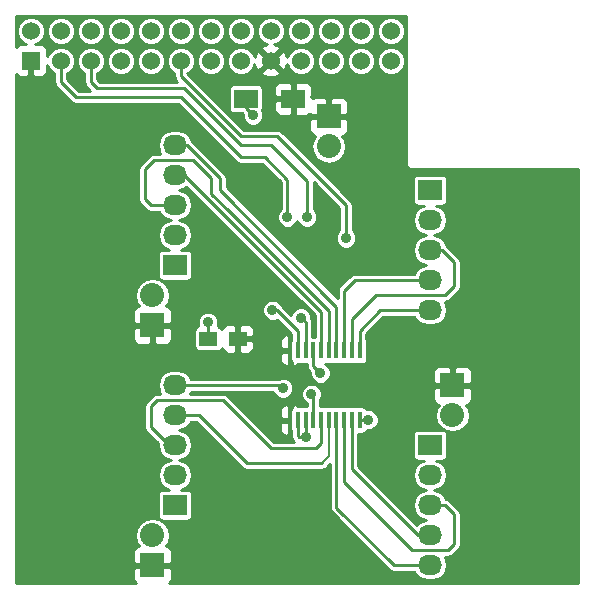
<source format=gtl>
G04 #@! TF.FileFunction,Copper,L1,Top,Signal*
%FSLAX46Y46*%
G04 Gerber Fmt 4.6, Leading zero omitted, Abs format (unit mm)*
G04 Created by KiCad (PCBNEW (after 2015-mar-04 BZR unknown)-product) date 12/16/2015 7:13:12 PM*
%MOMM*%
G01*
G04 APERTURE LIST*
%ADD10C,0.150000*%
%ADD11R,1.524000X1.524000*%
%ADD12C,1.524000*%
%ADD13R,0.450000X1.450000*%
%ADD14R,2.032000X1.727200*%
%ADD15O,2.032000X1.727200*%
%ADD16R,2.000000X1.600000*%
%ADD17R,1.500000X1.250000*%
%ADD18R,2.032000X2.032000*%
%ADD19O,2.032000X2.032000*%
%ADD20C,0.889000*%
%ADD21C,0.254000*%
%ADD22C,0.203200*%
G04 APERTURE END LIST*
D10*
D11*
X1760000Y-4270000D03*
D12*
X1760000Y-1730000D03*
X4300000Y-4270000D03*
X4300000Y-1730000D03*
X6840000Y-4270000D03*
X6840000Y-1730000D03*
X9380000Y-4270000D03*
X9380000Y-1730000D03*
X11920000Y-4270000D03*
X11920000Y-1730000D03*
X14460000Y-4270000D03*
X14460000Y-1730000D03*
X17000000Y-4270000D03*
X17000000Y-1730000D03*
X19540000Y-4270000D03*
X19540000Y-1730000D03*
X22080000Y-4270000D03*
X22080000Y-1730000D03*
X24620000Y-4270000D03*
X24620000Y-1730000D03*
X27160000Y-4270000D03*
X27160000Y-1730000D03*
X29700000Y-4270000D03*
X29700000Y-1730000D03*
X32240000Y-4270000D03*
X32240000Y-1730000D03*
D13*
X23745000Y-34700000D03*
X24395000Y-34700000D03*
X25045000Y-34700000D03*
X25695000Y-34700000D03*
X26345000Y-34700000D03*
X26995000Y-34700000D03*
X27645000Y-34700000D03*
X28295000Y-34700000D03*
X28945000Y-34700000D03*
X29595000Y-34700000D03*
X29595000Y-28800000D03*
X28945000Y-28800000D03*
X28295000Y-28800000D03*
X27645000Y-28800000D03*
X26995000Y-28800000D03*
X26345000Y-28800000D03*
X25695000Y-28800000D03*
X25045000Y-28800000D03*
X24395000Y-28800000D03*
X23745000Y-28800000D03*
D14*
X13970000Y-41910000D03*
D15*
X13970000Y-39370000D03*
X13970000Y-36830000D03*
X13970000Y-34290000D03*
X13970000Y-31750000D03*
D14*
X35560000Y-36830000D03*
D15*
X35560000Y-39370000D03*
X35560000Y-41910000D03*
X35560000Y-44450000D03*
X35560000Y-46990000D03*
D14*
X35560000Y-15240000D03*
D15*
X35560000Y-17780000D03*
X35560000Y-20320000D03*
X35560000Y-22860000D03*
X35560000Y-25400000D03*
D14*
X13970000Y-21590000D03*
D15*
X13970000Y-19050000D03*
X13970000Y-16510000D03*
X13970000Y-13970000D03*
X13970000Y-11430000D03*
D16*
X23971000Y-7493000D03*
X19971000Y-7493000D03*
D17*
X19284000Y-27813000D03*
X16784000Y-27813000D03*
D18*
X12065000Y-46990000D03*
D19*
X12065000Y-44450000D03*
D18*
X37465000Y-31750000D03*
D19*
X37465000Y-34290000D03*
D18*
X27000000Y-9000000D03*
D19*
X27000000Y-11540000D03*
D18*
X12065000Y-26670000D03*
D19*
X12065000Y-24130000D03*
D20*
X25146000Y-17526000D03*
X24638000Y-26035000D03*
X22225000Y-25400000D03*
X23495000Y-17526000D03*
X16764000Y-26416000D03*
X20574000Y-8890000D03*
X30353000Y-34671000D03*
X25045000Y-36169000D03*
X25527000Y-32512000D03*
X23114000Y-32004000D03*
X26289000Y-30734000D03*
X28448000Y-19304000D03*
X19812000Y-21209000D03*
X24384000Y-19177000D03*
X26797000Y-19431000D03*
D21*
X6840000Y-4270000D02*
X6840000Y-6078000D01*
X19558000Y-11430000D02*
X22098000Y-11430000D01*
X14732000Y-6604000D02*
X19558000Y-11430000D01*
X7366000Y-6604000D02*
X14732000Y-6604000D01*
X6840000Y-6078000D02*
X7366000Y-6604000D01*
X25146000Y-14478000D02*
X25146000Y-17526000D01*
X22098000Y-11430000D02*
X25146000Y-14478000D01*
X25045000Y-26442000D02*
X24638000Y-26035000D01*
X25045000Y-26442000D02*
X24638000Y-26035000D01*
X25045000Y-28800000D02*
X25045000Y-26442000D01*
X4300000Y-4270000D02*
X4300000Y-6078000D01*
X19558000Y-12446000D02*
X21590000Y-12446000D01*
X14478000Y-7366000D02*
X19558000Y-12446000D01*
X5588000Y-7366000D02*
X14478000Y-7366000D01*
X4300000Y-6078000D02*
X5588000Y-7366000D01*
X21590000Y-12446000D02*
X23495000Y-14351000D01*
X23495000Y-14351000D02*
X23495000Y-17526000D01*
X23495000Y-17526000D02*
X23495000Y-14351000D01*
X23495000Y-14351000D02*
X21590000Y-12446000D01*
X24395000Y-28800000D02*
X24395000Y-27189000D01*
X22606000Y-25400000D02*
X22225000Y-25400000D01*
X24395000Y-27189000D02*
X22606000Y-25400000D01*
X25045000Y-36169000D02*
X25019000Y-36195000D01*
X25019000Y-36195000D02*
X25045000Y-36169000D01*
X16784000Y-27813000D02*
X16784000Y-26436000D01*
X16784000Y-26436000D02*
X16764000Y-26416000D01*
X19971000Y-7493000D02*
X19971000Y-8287000D01*
X19971000Y-8287000D02*
X20574000Y-8890000D01*
X29595000Y-34700000D02*
X30324000Y-34700000D01*
X30324000Y-34700000D02*
X30353000Y-34671000D01*
X13990000Y-41890000D02*
X13970000Y-41910000D01*
X24485000Y-36169000D02*
X25045000Y-36169000D01*
X24395000Y-36079000D02*
X24485000Y-36169000D01*
X24395000Y-34700000D02*
X24395000Y-36079000D01*
X25045000Y-34700000D02*
X25045000Y-36169000D01*
X13970000Y-36830000D02*
X13462000Y-36830000D01*
X13462000Y-36830000D02*
X11938000Y-35306000D01*
X26345000Y-36647000D02*
X26345000Y-34700000D01*
X25908000Y-37084000D02*
X26345000Y-36647000D01*
X22098000Y-37084000D02*
X25908000Y-37084000D01*
X18034000Y-33020000D02*
X22098000Y-37084000D01*
X12446000Y-33020000D02*
X18034000Y-33020000D01*
X11938000Y-33528000D02*
X12446000Y-33020000D01*
X11938000Y-35306000D02*
X11938000Y-33528000D01*
D22*
X26995000Y-34700000D02*
X26995000Y-37775000D01*
X26995000Y-37775000D02*
X26416000Y-38354000D01*
D21*
X13970000Y-34290000D02*
X16002000Y-34290000D01*
X16002000Y-34290000D02*
X20066000Y-38354000D01*
X20066000Y-38354000D02*
X26416000Y-38354000D01*
X13970000Y-34290000D02*
X14986000Y-34290000D01*
X25695000Y-33315000D02*
X25695000Y-34700000D01*
X25695000Y-33315000D02*
X25695000Y-34700000D01*
X25695000Y-33315000D02*
X25695000Y-34700000D01*
X25695000Y-32680000D02*
X25527000Y-32512000D01*
X23114000Y-32004000D02*
X22860000Y-31750000D01*
X22860000Y-31750000D02*
X13970000Y-31750000D01*
X25695000Y-34700000D02*
X25695000Y-32680000D01*
X28295000Y-34700000D02*
X28295000Y-39979000D01*
X35560000Y-41910000D02*
X36830000Y-41910000D01*
X34036000Y-45720000D02*
X28295000Y-39979000D01*
X37084000Y-45720000D02*
X34036000Y-45720000D01*
X37592000Y-45212000D02*
X37084000Y-45720000D01*
X37592000Y-42672000D02*
X37592000Y-45212000D01*
X36830000Y-41910000D02*
X37592000Y-42672000D01*
X35560000Y-44450000D02*
X34544000Y-44450000D01*
X34544000Y-44450000D02*
X28945000Y-38851000D01*
X28945000Y-38851000D02*
X28945000Y-34700000D01*
X27645000Y-34700000D02*
X27645000Y-42123000D01*
X32512000Y-46990000D02*
X35560000Y-46990000D01*
X27645000Y-42123000D02*
X32512000Y-46990000D01*
X35560000Y-20320000D02*
X36576000Y-20320000D01*
X36576000Y-20320000D02*
X37592000Y-21336000D01*
X28945000Y-26173000D02*
X28945000Y-28800000D01*
X30988000Y-24130000D02*
X28945000Y-26173000D01*
X36830000Y-24130000D02*
X30988000Y-24130000D01*
X37592000Y-23368000D02*
X36830000Y-24130000D01*
X37592000Y-21336000D02*
X37592000Y-23368000D01*
X28295000Y-28800000D02*
X28295000Y-23775000D01*
X29210000Y-22860000D02*
X35560000Y-22860000D01*
X28295000Y-23775000D02*
X29210000Y-22860000D01*
X35560000Y-25400000D02*
X31369000Y-25400000D01*
X29595000Y-27174000D02*
X29595000Y-28800000D01*
X31369000Y-25400000D02*
X29595000Y-27174000D01*
X13970000Y-11430000D02*
X14986000Y-11430000D01*
X14986000Y-11430000D02*
X17780000Y-14224000D01*
X17780000Y-15240000D02*
X27645000Y-25105000D01*
X17780000Y-14224000D02*
X17780000Y-15240000D01*
X27645000Y-28800000D02*
X27645000Y-25105000D01*
X13970000Y-11430000D02*
X14097000Y-11430000D01*
X22606000Y-10668000D02*
X19558000Y-10668000D01*
X14460000Y-5570000D02*
X14460000Y-4270000D01*
X19558000Y-10668000D02*
X14460000Y-5570000D01*
X28448000Y-16510000D02*
X28448000Y-19304000D01*
X22606000Y-10668000D02*
X28448000Y-16510000D01*
X25695000Y-30140000D02*
X25695000Y-28800000D01*
X26289000Y-30734000D02*
X25695000Y-30140000D01*
X13990000Y-39390000D02*
X13970000Y-39370000D01*
X23745000Y-30103000D02*
X23622000Y-30226000D01*
X23745000Y-28800000D02*
X23745000Y-30103000D01*
X23745000Y-27555000D02*
X23495000Y-27305000D01*
X23745000Y-28800000D02*
X23745000Y-27555000D01*
X23745000Y-33405000D02*
X23749000Y-33401000D01*
X23745000Y-34700000D02*
X23745000Y-33405000D01*
X23745000Y-35937000D02*
X23749000Y-35941000D01*
X23745000Y-34700000D02*
X23745000Y-35937000D01*
X12192000Y-12700000D02*
X15494000Y-12700000D01*
X18520212Y-17039788D02*
X18520212Y-16996212D01*
X17018000Y-15537576D02*
X18520212Y-17039788D01*
X17018000Y-14224000D02*
X17018000Y-15537576D01*
X15494000Y-12700000D02*
X17018000Y-14224000D01*
X26995000Y-25471000D02*
X18520212Y-16996212D01*
X26995000Y-28800000D02*
X26995000Y-25471000D01*
X12192000Y-12700000D02*
X11430000Y-13462000D01*
X11430000Y-13462000D02*
X11430000Y-16002000D01*
X11430000Y-16002000D02*
X11938000Y-16510000D01*
X11938000Y-16510000D02*
X13970000Y-16510000D01*
X14732000Y-13970000D02*
X13970000Y-13970000D01*
X26345000Y-25583000D02*
X14732000Y-13970000D01*
X26345000Y-28800000D02*
X26345000Y-25583000D01*
G36*
X48133000Y-48518200D02*
X39116000Y-48518200D01*
X39116000Y-32892310D01*
X39116000Y-32639691D01*
X39116000Y-32035750D01*
X39116000Y-31464250D01*
X39116000Y-30860309D01*
X39116000Y-30607690D01*
X39019327Y-30374301D01*
X38840698Y-30195673D01*
X38607309Y-30099000D01*
X38150800Y-30099000D01*
X38150800Y-23368000D01*
X38150800Y-21336000D01*
X38108264Y-21122157D01*
X38108264Y-21122156D01*
X37987131Y-20940869D01*
X36971131Y-19924869D01*
X36955488Y-19914417D01*
X36937558Y-19824272D01*
X36656750Y-19404014D01*
X36236492Y-19123206D01*
X35868458Y-19050000D01*
X36236492Y-18976794D01*
X36656750Y-18695986D01*
X36937558Y-18275728D01*
X37036164Y-17780000D01*
X36937558Y-17284272D01*
X36656750Y-16864014D01*
X36236492Y-16583206D01*
X36038680Y-16543859D01*
X36576000Y-16543859D01*
X36740644Y-16511915D01*
X36885351Y-16416858D01*
X36982216Y-16273355D01*
X37016259Y-16103600D01*
X37016259Y-14376400D01*
X36984315Y-14211756D01*
X36889258Y-14067049D01*
X36745755Y-13970184D01*
X36576000Y-13936141D01*
X34544000Y-13936141D01*
X34379356Y-13968085D01*
X34234649Y-14063142D01*
X34137784Y-14206645D01*
X34103741Y-14376400D01*
X34103741Y-16103600D01*
X34135685Y-16268244D01*
X34230742Y-16412951D01*
X34374245Y-16509816D01*
X34544000Y-16543859D01*
X35081319Y-16543859D01*
X34883508Y-16583206D01*
X34463250Y-16864014D01*
X34182442Y-17284272D01*
X34083836Y-17780000D01*
X34182442Y-18275728D01*
X34463250Y-18695986D01*
X34883508Y-18976794D01*
X35251541Y-19050000D01*
X34883508Y-19123206D01*
X34463250Y-19404014D01*
X34182442Y-19824272D01*
X34083836Y-20320000D01*
X34182442Y-20815728D01*
X34463250Y-21235986D01*
X34883508Y-21516794D01*
X35251541Y-21590000D01*
X34883508Y-21663206D01*
X34463250Y-21944014D01*
X34224585Y-22301200D01*
X33434007Y-22301200D01*
X33434007Y-4033580D01*
X33434007Y-1493580D01*
X33252645Y-1054650D01*
X32917116Y-718536D01*
X32478503Y-536408D01*
X32003580Y-535993D01*
X31564650Y-717355D01*
X31228536Y-1052884D01*
X31046408Y-1491497D01*
X31045993Y-1966420D01*
X31227355Y-2405350D01*
X31562884Y-2741464D01*
X32001497Y-2923592D01*
X32476420Y-2924007D01*
X32915350Y-2742645D01*
X33251464Y-2407116D01*
X33433592Y-1968503D01*
X33434007Y-1493580D01*
X33434007Y-4033580D01*
X33252645Y-3594650D01*
X32917116Y-3258536D01*
X32478503Y-3076408D01*
X32003580Y-3075993D01*
X31564650Y-3257355D01*
X31228536Y-3592884D01*
X31046408Y-4031497D01*
X31045993Y-4506420D01*
X31227355Y-4945350D01*
X31562884Y-5281464D01*
X32001497Y-5463592D01*
X32476420Y-5464007D01*
X32915350Y-5282645D01*
X33251464Y-4947116D01*
X33433592Y-4508503D01*
X33434007Y-4033580D01*
X33434007Y-22301200D01*
X30894007Y-22301200D01*
X30894007Y-4033580D01*
X30894007Y-1493580D01*
X30712645Y-1054650D01*
X30377116Y-718536D01*
X29938503Y-536408D01*
X29463580Y-535993D01*
X29024650Y-717355D01*
X28688536Y-1052884D01*
X28506408Y-1491497D01*
X28505993Y-1966420D01*
X28687355Y-2405350D01*
X29022884Y-2741464D01*
X29461497Y-2923592D01*
X29936420Y-2924007D01*
X30375350Y-2742645D01*
X30711464Y-2407116D01*
X30893592Y-1968503D01*
X30894007Y-1493580D01*
X30894007Y-4033580D01*
X30712645Y-3594650D01*
X30377116Y-3258536D01*
X29938503Y-3076408D01*
X29463580Y-3075993D01*
X29024650Y-3257355D01*
X28688536Y-3592884D01*
X28506408Y-4031497D01*
X28505993Y-4506420D01*
X28687355Y-4945350D01*
X29022884Y-5281464D01*
X29461497Y-5463592D01*
X29936420Y-5464007D01*
X30375350Y-5282645D01*
X30711464Y-4947116D01*
X30893592Y-4508503D01*
X30894007Y-4033580D01*
X30894007Y-22301200D01*
X29210000Y-22301200D01*
X28996156Y-22343736D01*
X28814868Y-22464869D01*
X27899869Y-23379869D01*
X27778736Y-23561156D01*
X27736200Y-23775000D01*
X27736200Y-24405938D01*
X18338800Y-15008538D01*
X18338800Y-14224000D01*
X18296265Y-14010157D01*
X18296264Y-14010156D01*
X18175131Y-13828869D01*
X15381131Y-11034869D01*
X15365488Y-11024417D01*
X15347558Y-10934272D01*
X15066750Y-10514014D01*
X14646492Y-10233206D01*
X14150764Y-10134600D01*
X13789236Y-10134600D01*
X13293508Y-10233206D01*
X12873250Y-10514014D01*
X12592442Y-10934272D01*
X12493836Y-11430000D01*
X12592442Y-11925728D01*
X12736416Y-12141200D01*
X12192000Y-12141200D01*
X11978157Y-12183735D01*
X11796869Y-12304869D01*
X11034869Y-13066869D01*
X10913736Y-13248156D01*
X10871200Y-13462000D01*
X10871200Y-16002000D01*
X10913736Y-16215844D01*
X11034869Y-16397131D01*
X11542868Y-16905131D01*
X11542869Y-16905131D01*
X11724156Y-17026264D01*
X11938000Y-17068800D01*
X12634585Y-17068800D01*
X12873250Y-17425986D01*
X13293508Y-17706794D01*
X13661541Y-17780000D01*
X13293508Y-17853206D01*
X12873250Y-18134014D01*
X12592442Y-18554272D01*
X12493836Y-19050000D01*
X12592442Y-19545728D01*
X12873250Y-19965986D01*
X13293508Y-20246794D01*
X13491319Y-20286141D01*
X12954000Y-20286141D01*
X12789356Y-20318085D01*
X12644649Y-20413142D01*
X12547784Y-20556645D01*
X12513741Y-20726400D01*
X12513741Y-22453600D01*
X12545685Y-22618244D01*
X12640742Y-22762951D01*
X12784245Y-22859816D01*
X12954000Y-22893859D01*
X14986000Y-22893859D01*
X15150644Y-22861915D01*
X15295351Y-22766858D01*
X15392216Y-22623355D01*
X15426259Y-22453600D01*
X15426259Y-20726400D01*
X15394315Y-20561756D01*
X15299258Y-20417049D01*
X15155755Y-20320184D01*
X14986000Y-20286141D01*
X14448680Y-20286141D01*
X14646492Y-20246794D01*
X15066750Y-19965986D01*
X15347558Y-19545728D01*
X15446164Y-19050000D01*
X15347558Y-18554272D01*
X15066750Y-18134014D01*
X14646492Y-17853206D01*
X14278458Y-17780000D01*
X14646492Y-17706794D01*
X15066750Y-17425986D01*
X15347558Y-17005728D01*
X15446164Y-16510000D01*
X15347558Y-16014272D01*
X15066750Y-15594014D01*
X14646492Y-15313206D01*
X14278458Y-15240000D01*
X14646492Y-15166794D01*
X14941448Y-14969710D01*
X25786200Y-25814462D01*
X25786200Y-27634741D01*
X25603800Y-27634741D01*
X25603800Y-26442000D01*
X25561264Y-26228157D01*
X25561264Y-26228156D01*
X25514193Y-26157711D01*
X25514193Y-26157710D01*
X25514452Y-25861458D01*
X25381324Y-25539264D01*
X25135032Y-25292542D01*
X24813072Y-25158852D01*
X24464458Y-25158548D01*
X24142264Y-25291676D01*
X23895542Y-25537968D01*
X23789531Y-25793269D01*
X23016062Y-25019800D01*
X22968324Y-24904264D01*
X22722032Y-24657542D01*
X22400072Y-24523852D01*
X22051458Y-24523548D01*
X21729264Y-24656676D01*
X21482542Y-24902968D01*
X21348852Y-25224928D01*
X21348548Y-25573542D01*
X21481676Y-25895736D01*
X21727968Y-26142458D01*
X22049928Y-26276148D01*
X22398542Y-26276452D01*
X22606332Y-26190594D01*
X23836200Y-27420462D01*
X23836200Y-27797962D01*
X23763784Y-27905245D01*
X23729741Y-28075000D01*
X23729741Y-29525000D01*
X23761685Y-29689644D01*
X23856742Y-29834351D01*
X23857500Y-29834862D01*
X23857500Y-30001250D01*
X24016250Y-30160000D01*
X24096310Y-30160000D01*
X24329699Y-30063327D01*
X24427766Y-29965259D01*
X24620000Y-29965259D01*
X24721653Y-29945536D01*
X24820000Y-29965259D01*
X25136200Y-29965259D01*
X25136200Y-30140000D01*
X25178736Y-30353844D01*
X25299869Y-30535131D01*
X25412774Y-30648036D01*
X25412548Y-30907542D01*
X25545676Y-31229736D01*
X25791968Y-31476458D01*
X26113928Y-31610148D01*
X26462542Y-31610452D01*
X26784736Y-31477324D01*
X27031458Y-31231032D01*
X27165148Y-30909072D01*
X27165452Y-30560458D01*
X27032324Y-30238264D01*
X26786032Y-29991542D01*
X26678587Y-29946926D01*
X26770000Y-29965259D01*
X27220000Y-29965259D01*
X27321653Y-29945536D01*
X27420000Y-29965259D01*
X27870000Y-29965259D01*
X27971653Y-29945536D01*
X28070000Y-29965259D01*
X28520000Y-29965259D01*
X28621653Y-29945536D01*
X28720000Y-29965259D01*
X29170000Y-29965259D01*
X29271653Y-29945536D01*
X29370000Y-29965259D01*
X29820000Y-29965259D01*
X29984644Y-29933315D01*
X30129351Y-29838258D01*
X30226216Y-29694755D01*
X30260259Y-29525000D01*
X30260259Y-28075000D01*
X30228315Y-27910356D01*
X30153800Y-27796920D01*
X30153800Y-27405462D01*
X31600462Y-25958800D01*
X34224585Y-25958800D01*
X34463250Y-26315986D01*
X34883508Y-26596794D01*
X35379236Y-26695400D01*
X35740764Y-26695400D01*
X36236492Y-26596794D01*
X36656750Y-26315986D01*
X36937558Y-25895728D01*
X37036164Y-25400000D01*
X36937558Y-24904272D01*
X36793583Y-24688800D01*
X36830000Y-24688800D01*
X37043843Y-24646264D01*
X37043844Y-24646264D01*
X37225131Y-24525131D01*
X37987131Y-23763131D01*
X38108264Y-23581844D01*
X38108265Y-23581843D01*
X38150800Y-23368000D01*
X38150800Y-30099000D01*
X37750750Y-30099000D01*
X37592000Y-30257750D01*
X37592000Y-31623000D01*
X38957250Y-31623000D01*
X39116000Y-31464250D01*
X39116000Y-32035750D01*
X38957250Y-31877000D01*
X37592000Y-31877000D01*
X37592000Y-31897000D01*
X37338000Y-31897000D01*
X37338000Y-31877000D01*
X37338000Y-31623000D01*
X37338000Y-30257750D01*
X37179250Y-30099000D01*
X36322691Y-30099000D01*
X36089302Y-30195673D01*
X35910673Y-30374301D01*
X35814000Y-30607690D01*
X35814000Y-30860309D01*
X35814000Y-31464250D01*
X35972750Y-31623000D01*
X37338000Y-31623000D01*
X37338000Y-31877000D01*
X35972750Y-31877000D01*
X35814000Y-32035750D01*
X35814000Y-32639691D01*
X35814000Y-32892310D01*
X35910673Y-33125699D01*
X36089302Y-33304327D01*
X36322691Y-33401000D01*
X36322850Y-33401000D01*
X36099043Y-33735951D01*
X35988836Y-34290000D01*
X36099043Y-34844049D01*
X36412887Y-35313749D01*
X36882587Y-35627593D01*
X37436636Y-35737800D01*
X37493364Y-35737800D01*
X38047413Y-35627593D01*
X38517113Y-35313749D01*
X38830957Y-34844049D01*
X38941164Y-34290000D01*
X38830957Y-33735951D01*
X38607149Y-33401000D01*
X38607309Y-33401000D01*
X38840698Y-33304327D01*
X39019327Y-33125699D01*
X39116000Y-32892310D01*
X39116000Y-48518200D01*
X38150800Y-48518200D01*
X38150800Y-45212000D01*
X38150800Y-42672000D01*
X38108265Y-42458157D01*
X38108264Y-42458156D01*
X37987131Y-42276869D01*
X37225131Y-41514869D01*
X37043844Y-41393736D01*
X36905441Y-41366206D01*
X36656750Y-40994014D01*
X36236492Y-40713206D01*
X35868458Y-40640000D01*
X36236492Y-40566794D01*
X36656750Y-40285986D01*
X36937558Y-39865728D01*
X37036164Y-39370000D01*
X36937558Y-38874272D01*
X36656750Y-38454014D01*
X36236492Y-38173206D01*
X36038680Y-38133859D01*
X36576000Y-38133859D01*
X36740644Y-38101915D01*
X36885351Y-38006858D01*
X36982216Y-37863355D01*
X37016259Y-37693600D01*
X37016259Y-35966400D01*
X36984315Y-35801756D01*
X36889258Y-35657049D01*
X36745755Y-35560184D01*
X36576000Y-35526141D01*
X34544000Y-35526141D01*
X34379356Y-35558085D01*
X34234649Y-35653142D01*
X34137784Y-35796645D01*
X34103741Y-35966400D01*
X34103741Y-37693600D01*
X34135685Y-37858244D01*
X34230742Y-38002951D01*
X34374245Y-38099816D01*
X34544000Y-38133859D01*
X35081319Y-38133859D01*
X34883508Y-38173206D01*
X34463250Y-38454014D01*
X34182442Y-38874272D01*
X34083836Y-39370000D01*
X34182442Y-39865728D01*
X34463250Y-40285986D01*
X34883508Y-40566794D01*
X35251541Y-40640000D01*
X34883508Y-40713206D01*
X34463250Y-40994014D01*
X34182442Y-41414272D01*
X34083836Y-41910000D01*
X34182442Y-42405728D01*
X34463250Y-42825986D01*
X34883508Y-43106794D01*
X35251541Y-43180000D01*
X34883508Y-43253206D01*
X34463250Y-43534014D01*
X34445235Y-43560973D01*
X29503800Y-38619538D01*
X29503800Y-35865259D01*
X29820000Y-35865259D01*
X29984644Y-35833315D01*
X30129351Y-35738258D01*
X30226216Y-35594755D01*
X30235753Y-35547198D01*
X30526542Y-35547452D01*
X30848736Y-35414324D01*
X31095458Y-35168032D01*
X31229148Y-34846072D01*
X31229452Y-34497458D01*
X31096324Y-34175264D01*
X30850032Y-33928542D01*
X30528072Y-33794852D01*
X30217952Y-33794581D01*
X30133258Y-33665649D01*
X29989755Y-33568784D01*
X29820000Y-33534741D01*
X29370000Y-33534741D01*
X29268346Y-33554463D01*
X29170000Y-33534741D01*
X28720000Y-33534741D01*
X28618346Y-33554463D01*
X28520000Y-33534741D01*
X28070000Y-33534741D01*
X27968346Y-33554463D01*
X27870000Y-33534741D01*
X27420000Y-33534741D01*
X27318346Y-33554463D01*
X27220000Y-33534741D01*
X26770000Y-33534741D01*
X26668346Y-33554463D01*
X26570000Y-33534741D01*
X26253800Y-33534741D01*
X26253800Y-33315000D01*
X26253800Y-33024662D01*
X26269458Y-33009032D01*
X26403148Y-32687072D01*
X26403452Y-32338458D01*
X26270324Y-32016264D01*
X26024032Y-31769542D01*
X25702072Y-31635852D01*
X25353458Y-31635548D01*
X25031264Y-31768676D01*
X24784542Y-32014968D01*
X24650852Y-32336928D01*
X24650548Y-32685542D01*
X24783676Y-33007736D01*
X25029968Y-33254458D01*
X25136200Y-33298569D01*
X25136200Y-33315000D01*
X25136200Y-33534741D01*
X24820000Y-33534741D01*
X24718346Y-33554463D01*
X24620000Y-33534741D01*
X24427766Y-33534741D01*
X24329699Y-33436673D01*
X24096310Y-33340000D01*
X24016250Y-33340000D01*
X23857500Y-33498750D01*
X23857500Y-33666407D01*
X23763784Y-33805245D01*
X23729741Y-33975000D01*
X23729741Y-35425000D01*
X23761685Y-35589644D01*
X23836200Y-35703079D01*
X23836200Y-36079000D01*
X23878736Y-36292844D01*
X23999869Y-36474131D01*
X24050938Y-36525200D01*
X23632500Y-36525200D01*
X23632500Y-35901250D01*
X23632500Y-34827000D01*
X23632500Y-34573000D01*
X23632500Y-33498750D01*
X23473750Y-33340000D01*
X23393690Y-33340000D01*
X23160301Y-33436673D01*
X22981673Y-33615302D01*
X22885000Y-33848691D01*
X22885000Y-34414250D01*
X23043750Y-34573000D01*
X23632500Y-34573000D01*
X23632500Y-34827000D01*
X23043750Y-34827000D01*
X22885000Y-34985750D01*
X22885000Y-35551309D01*
X22981673Y-35784698D01*
X23160301Y-35963327D01*
X23393690Y-36060000D01*
X23473750Y-36060000D01*
X23632500Y-35901250D01*
X23632500Y-36525200D01*
X22329462Y-36525200D01*
X18429131Y-32624869D01*
X18247844Y-32503736D01*
X18034000Y-32461200D01*
X15203583Y-32461200D01*
X15305414Y-32308800D01*
X22291782Y-32308800D01*
X22370676Y-32499736D01*
X22616968Y-32746458D01*
X22938928Y-32880148D01*
X23287542Y-32880452D01*
X23609736Y-32747324D01*
X23856458Y-32501032D01*
X23990148Y-32179072D01*
X23990452Y-31830458D01*
X23857324Y-31508264D01*
X23632500Y-31283047D01*
X23632500Y-30001250D01*
X23632500Y-28927000D01*
X23632500Y-28673000D01*
X23632500Y-27598750D01*
X23473750Y-27440000D01*
X23393690Y-27440000D01*
X23160301Y-27536673D01*
X22981673Y-27715302D01*
X22885000Y-27948691D01*
X22885000Y-28514250D01*
X23043750Y-28673000D01*
X23632500Y-28673000D01*
X23632500Y-28927000D01*
X23043750Y-28927000D01*
X22885000Y-29085750D01*
X22885000Y-29651309D01*
X22981673Y-29884698D01*
X23160301Y-30063327D01*
X23393690Y-30160000D01*
X23473750Y-30160000D01*
X23632500Y-30001250D01*
X23632500Y-31283047D01*
X23611032Y-31261542D01*
X23289072Y-31127852D01*
X22940458Y-31127548D01*
X22786408Y-31191200D01*
X20669000Y-31191200D01*
X20669000Y-28564310D01*
X20669000Y-28311691D01*
X20669000Y-28098750D01*
X20669000Y-27527250D01*
X20669000Y-27314309D01*
X20669000Y-27061690D01*
X20572327Y-26828301D01*
X20393698Y-26649673D01*
X20160309Y-26553000D01*
X19569750Y-26553000D01*
X19411000Y-26711750D01*
X19411000Y-27686000D01*
X20510250Y-27686000D01*
X20669000Y-27527250D01*
X20669000Y-28098750D01*
X20510250Y-27940000D01*
X19411000Y-27940000D01*
X19411000Y-28914250D01*
X19569750Y-29073000D01*
X20160309Y-29073000D01*
X20393698Y-28976327D01*
X20572327Y-28797699D01*
X20669000Y-28564310D01*
X20669000Y-31191200D01*
X19157000Y-31191200D01*
X19157000Y-28914250D01*
X19157000Y-27940000D01*
X19137000Y-27940000D01*
X19137000Y-27686000D01*
X19157000Y-27686000D01*
X19157000Y-26711750D01*
X18998250Y-26553000D01*
X18407691Y-26553000D01*
X18174302Y-26649673D01*
X17995673Y-26828301D01*
X17925488Y-26997740D01*
X17847258Y-26878649D01*
X17703755Y-26781784D01*
X17571934Y-26755348D01*
X17640148Y-26591072D01*
X17640452Y-26242458D01*
X17507324Y-25920264D01*
X17261032Y-25673542D01*
X16939072Y-25539852D01*
X16590458Y-25539548D01*
X16268264Y-25672676D01*
X16021542Y-25918968D01*
X15887852Y-26240928D01*
X15887548Y-26589542D01*
X15958932Y-26762305D01*
X15869356Y-26779685D01*
X15724649Y-26874742D01*
X15627784Y-27018245D01*
X15593741Y-27188000D01*
X15593741Y-28438000D01*
X15625685Y-28602644D01*
X15720742Y-28747351D01*
X15864245Y-28844216D01*
X16034000Y-28878259D01*
X17534000Y-28878259D01*
X17698644Y-28846315D01*
X17843351Y-28751258D01*
X17925825Y-28629073D01*
X17995673Y-28797699D01*
X18174302Y-28976327D01*
X18407691Y-29073000D01*
X18998250Y-29073000D01*
X19157000Y-28914250D01*
X19157000Y-31191200D01*
X15305414Y-31191200D01*
X15066750Y-30834014D01*
X14646492Y-30553206D01*
X14150764Y-30454600D01*
X13789236Y-30454600D01*
X13716000Y-30469167D01*
X13716000Y-27812310D01*
X13716000Y-27559691D01*
X13716000Y-26955750D01*
X13716000Y-26384250D01*
X13716000Y-25780309D01*
X13716000Y-25527690D01*
X13619327Y-25294301D01*
X13440698Y-25115673D01*
X13207309Y-25019000D01*
X13207149Y-25019000D01*
X13430957Y-24684049D01*
X13541164Y-24130000D01*
X13430957Y-23575951D01*
X13117113Y-23106251D01*
X12647413Y-22792407D01*
X12093364Y-22682200D01*
X12036636Y-22682200D01*
X11482587Y-22792407D01*
X11012887Y-23106251D01*
X10699043Y-23575951D01*
X10588836Y-24130000D01*
X10699043Y-24684049D01*
X10922850Y-25019000D01*
X10922691Y-25019000D01*
X10689302Y-25115673D01*
X10510673Y-25294301D01*
X10414000Y-25527690D01*
X10414000Y-25780309D01*
X10414000Y-26384250D01*
X10572750Y-26543000D01*
X11938000Y-26543000D01*
X11938000Y-26523000D01*
X12192000Y-26523000D01*
X12192000Y-26543000D01*
X13557250Y-26543000D01*
X13716000Y-26384250D01*
X13716000Y-26955750D01*
X13557250Y-26797000D01*
X12192000Y-26797000D01*
X12192000Y-28162250D01*
X12350750Y-28321000D01*
X13207309Y-28321000D01*
X13440698Y-28224327D01*
X13619327Y-28045699D01*
X13716000Y-27812310D01*
X13716000Y-30469167D01*
X13293508Y-30553206D01*
X12873250Y-30834014D01*
X12592442Y-31254272D01*
X12493836Y-31750000D01*
X12592442Y-32245728D01*
X12736416Y-32461200D01*
X12446000Y-32461200D01*
X12232156Y-32503736D01*
X12050868Y-32624869D01*
X11938000Y-32737737D01*
X11938000Y-28162250D01*
X11938000Y-26797000D01*
X10572750Y-26797000D01*
X10414000Y-26955750D01*
X10414000Y-27559691D01*
X10414000Y-27812310D01*
X10510673Y-28045699D01*
X10689302Y-28224327D01*
X10922691Y-28321000D01*
X11779250Y-28321000D01*
X11938000Y-28162250D01*
X11938000Y-32737737D01*
X11542869Y-33132869D01*
X11421736Y-33314156D01*
X11379200Y-33528000D01*
X11379200Y-35306000D01*
X11421736Y-35519844D01*
X11542869Y-35701131D01*
X12523351Y-36681614D01*
X12493836Y-36830000D01*
X12592442Y-37325728D01*
X12873250Y-37745986D01*
X13293508Y-38026794D01*
X13661541Y-38100000D01*
X13293508Y-38173206D01*
X12873250Y-38454014D01*
X12592442Y-38874272D01*
X12493836Y-39370000D01*
X12592442Y-39865728D01*
X12873250Y-40285986D01*
X13293508Y-40566794D01*
X13491319Y-40606141D01*
X12954000Y-40606141D01*
X12789356Y-40638085D01*
X12644649Y-40733142D01*
X12547784Y-40876645D01*
X12513741Y-41046400D01*
X12513741Y-42773600D01*
X12545685Y-42938244D01*
X12640742Y-43082951D01*
X12784245Y-43179816D01*
X12954000Y-43213859D01*
X14986000Y-43213859D01*
X15150644Y-43181915D01*
X15295351Y-43086858D01*
X15392216Y-42943355D01*
X15426259Y-42773600D01*
X15426259Y-41046400D01*
X15394315Y-40881756D01*
X15299258Y-40737049D01*
X15155755Y-40640184D01*
X14986000Y-40606141D01*
X14448680Y-40606141D01*
X14646492Y-40566794D01*
X15066750Y-40285986D01*
X15347558Y-39865728D01*
X15446164Y-39370000D01*
X15347558Y-38874272D01*
X15066750Y-38454014D01*
X14646492Y-38173206D01*
X14278458Y-38100000D01*
X14646492Y-38026794D01*
X15066750Y-37745986D01*
X15347558Y-37325728D01*
X15446164Y-36830000D01*
X15347558Y-36334272D01*
X15066750Y-35914014D01*
X14646492Y-35633206D01*
X14278458Y-35560000D01*
X14646492Y-35486794D01*
X15066750Y-35205986D01*
X15305414Y-34848800D01*
X15770538Y-34848800D01*
X19670869Y-38749131D01*
X19852156Y-38870264D01*
X19852157Y-38870264D01*
X20066000Y-38912800D01*
X26416000Y-38912800D01*
X26629844Y-38870264D01*
X26811131Y-38749131D01*
X26883463Y-38640878D01*
X27086200Y-38438142D01*
X27086200Y-42123000D01*
X27128736Y-42336844D01*
X27249869Y-42518131D01*
X32116868Y-47385131D01*
X32116869Y-47385131D01*
X32298156Y-47506264D01*
X32512000Y-47548800D01*
X34224585Y-47548800D01*
X34463250Y-47905986D01*
X34883508Y-48186794D01*
X35379236Y-48285400D01*
X35740764Y-48285400D01*
X36236492Y-48186794D01*
X36656750Y-47905986D01*
X36937558Y-47485728D01*
X37036164Y-46990000D01*
X36937558Y-46494272D01*
X36793583Y-46278800D01*
X37084000Y-46278800D01*
X37297843Y-46236264D01*
X37297844Y-46236264D01*
X37479131Y-46115131D01*
X37987131Y-45607132D01*
X37987131Y-45607131D01*
X38108264Y-45425844D01*
X38150799Y-45212000D01*
X38150800Y-45212000D01*
X38150800Y-48518200D01*
X13466825Y-48518200D01*
X13619327Y-48365699D01*
X13716000Y-48132310D01*
X13716000Y-47879691D01*
X13716000Y-47275750D01*
X13716000Y-46704250D01*
X13716000Y-46100309D01*
X13716000Y-45847690D01*
X13619327Y-45614301D01*
X13440698Y-45435673D01*
X13207309Y-45339000D01*
X13207149Y-45339000D01*
X13430957Y-45004049D01*
X13541164Y-44450000D01*
X13430957Y-43895951D01*
X13117113Y-43426251D01*
X12647413Y-43112407D01*
X12093364Y-43002200D01*
X12036636Y-43002200D01*
X11482587Y-43112407D01*
X11012887Y-43426251D01*
X10699043Y-43895951D01*
X10588836Y-44450000D01*
X10699043Y-45004049D01*
X10922850Y-45339000D01*
X10922691Y-45339000D01*
X10689302Y-45435673D01*
X10510673Y-45614301D01*
X10414000Y-45847690D01*
X10414000Y-46100309D01*
X10414000Y-46704250D01*
X10572750Y-46863000D01*
X11938000Y-46863000D01*
X11938000Y-46843000D01*
X12192000Y-46843000D01*
X12192000Y-46863000D01*
X13557250Y-46863000D01*
X13716000Y-46704250D01*
X13716000Y-47275750D01*
X13557250Y-47117000D01*
X12192000Y-47117000D01*
X12192000Y-47137000D01*
X11938000Y-47137000D01*
X11938000Y-47117000D01*
X10572750Y-47117000D01*
X10414000Y-47275750D01*
X10414000Y-47879691D01*
X10414000Y-48132310D01*
X10510673Y-48365699D01*
X10663174Y-48518200D01*
X481800Y-48518200D01*
X481800Y-5413825D01*
X638302Y-5570327D01*
X871691Y-5667000D01*
X1474250Y-5667000D01*
X1633000Y-5508250D01*
X1633000Y-4397000D01*
X1613000Y-4397000D01*
X1613000Y-4143000D01*
X1633000Y-4143000D01*
X1633000Y-4123000D01*
X1887000Y-4123000D01*
X1887000Y-4143000D01*
X1907000Y-4143000D01*
X1907000Y-4397000D01*
X1887000Y-4397000D01*
X1887000Y-5508250D01*
X2045750Y-5667000D01*
X2648309Y-5667000D01*
X2881698Y-5570327D01*
X3060327Y-5391699D01*
X3157000Y-5158310D01*
X3157000Y-4905691D01*
X3157000Y-4629866D01*
X3287355Y-4945350D01*
X3622884Y-5281464D01*
X3741200Y-5330593D01*
X3741200Y-6078000D01*
X3783736Y-6291844D01*
X3904869Y-6473131D01*
X5192869Y-7761131D01*
X5374156Y-7882264D01*
X5374157Y-7882264D01*
X5588000Y-7924800D01*
X14246538Y-7924800D01*
X19162869Y-12841131D01*
X19344156Y-12962264D01*
X19344157Y-12962264D01*
X19558000Y-13004800D01*
X21358538Y-13004800D01*
X22936200Y-14582462D01*
X22936200Y-16845630D01*
X22752542Y-17028968D01*
X22618852Y-17350928D01*
X22618548Y-17699542D01*
X22751676Y-18021736D01*
X22997968Y-18268458D01*
X23319928Y-18402148D01*
X23668542Y-18402452D01*
X23990736Y-18269324D01*
X24237458Y-18023032D01*
X24320539Y-17822950D01*
X24402676Y-18021736D01*
X24648968Y-18268458D01*
X24970928Y-18402148D01*
X25319542Y-18402452D01*
X25641736Y-18269324D01*
X25888458Y-18023032D01*
X26022148Y-17701072D01*
X26022452Y-17352458D01*
X25889324Y-17030264D01*
X25704800Y-16845417D01*
X25704800Y-14557062D01*
X27889200Y-16741462D01*
X27889200Y-18623630D01*
X27705542Y-18806968D01*
X27571852Y-19128928D01*
X27571548Y-19477542D01*
X27704676Y-19799736D01*
X27950968Y-20046458D01*
X28272928Y-20180148D01*
X28621542Y-20180452D01*
X28943736Y-20047324D01*
X29190458Y-19801032D01*
X29324148Y-19479072D01*
X29324452Y-19130458D01*
X29191324Y-18808264D01*
X29006800Y-18623417D01*
X29006800Y-16510000D01*
X28964265Y-16296157D01*
X28964264Y-16296156D01*
X28843132Y-16114869D01*
X28651000Y-15922737D01*
X28651000Y-10142310D01*
X28651000Y-9889691D01*
X28651000Y-9285750D01*
X28651000Y-8714250D01*
X28651000Y-8110309D01*
X28651000Y-7857690D01*
X28554327Y-7624301D01*
X28375698Y-7445673D01*
X28354007Y-7436688D01*
X28354007Y-4033580D01*
X28354007Y-1493580D01*
X28172645Y-1054650D01*
X27837116Y-718536D01*
X27398503Y-536408D01*
X26923580Y-535993D01*
X26484650Y-717355D01*
X26148536Y-1052884D01*
X25966408Y-1491497D01*
X25965993Y-1966420D01*
X26147355Y-2405350D01*
X26482884Y-2741464D01*
X26921497Y-2923592D01*
X27396420Y-2924007D01*
X27835350Y-2742645D01*
X28171464Y-2407116D01*
X28353592Y-1968503D01*
X28354007Y-1493580D01*
X28354007Y-4033580D01*
X28172645Y-3594650D01*
X27837116Y-3258536D01*
X27398503Y-3076408D01*
X26923580Y-3075993D01*
X26484650Y-3257355D01*
X26148536Y-3592884D01*
X25966408Y-4031497D01*
X25965993Y-4506420D01*
X26147355Y-4945350D01*
X26482884Y-5281464D01*
X26921497Y-5463592D01*
X27396420Y-5464007D01*
X27835350Y-5282645D01*
X28171464Y-4947116D01*
X28353592Y-4508503D01*
X28354007Y-4033580D01*
X28354007Y-7436688D01*
X28142309Y-7349000D01*
X27285750Y-7349000D01*
X27127000Y-7507750D01*
X27127000Y-8873000D01*
X28492250Y-8873000D01*
X28651000Y-8714250D01*
X28651000Y-9285750D01*
X28492250Y-9127000D01*
X27127000Y-9127000D01*
X27127000Y-9147000D01*
X26873000Y-9147000D01*
X26873000Y-9127000D01*
X26873000Y-8873000D01*
X26873000Y-7507750D01*
X26714250Y-7349000D01*
X25857691Y-7349000D01*
X25814007Y-7367094D01*
X25814007Y-4033580D01*
X25814007Y-1493580D01*
X25632645Y-1054650D01*
X25297116Y-718536D01*
X24858503Y-536408D01*
X24383580Y-535993D01*
X23944650Y-717355D01*
X23608536Y-1052884D01*
X23426408Y-1491497D01*
X23425993Y-1966420D01*
X23607355Y-2405350D01*
X23942884Y-2741464D01*
X24381497Y-2923592D01*
X24856420Y-2924007D01*
X25295350Y-2742645D01*
X25631464Y-2407116D01*
X25813592Y-1968503D01*
X25814007Y-1493580D01*
X25814007Y-4033580D01*
X25632645Y-3594650D01*
X25297116Y-3258536D01*
X24858503Y-3076408D01*
X24383580Y-3075993D01*
X23944650Y-3257355D01*
X23608536Y-3592884D01*
X23462464Y-3944662D01*
X23461362Y-3922632D01*
X23302397Y-3538857D01*
X23274007Y-3530713D01*
X23274007Y-1493580D01*
X23092645Y-1054650D01*
X22757116Y-718536D01*
X22318503Y-536408D01*
X21843580Y-535993D01*
X21404650Y-717355D01*
X21068536Y-1052884D01*
X20886408Y-1491497D01*
X20885993Y-1966420D01*
X21067355Y-2405350D01*
X21402884Y-2741464D01*
X21754662Y-2887535D01*
X21732632Y-2888638D01*
X21348857Y-3047603D01*
X21279392Y-3289787D01*
X22080000Y-4090395D01*
X22880608Y-3289787D01*
X22811143Y-3047603D01*
X22385130Y-2895616D01*
X22755350Y-2742645D01*
X23091464Y-2407116D01*
X23273592Y-1968503D01*
X23274007Y-1493580D01*
X23274007Y-3530713D01*
X23060213Y-3469392D01*
X22259605Y-4270000D01*
X23060213Y-5070608D01*
X23302397Y-5001143D01*
X23454383Y-4575130D01*
X23607355Y-4945350D01*
X23942884Y-5281464D01*
X24381497Y-5463592D01*
X24856420Y-5464007D01*
X25295350Y-5282645D01*
X25631464Y-4947116D01*
X25813592Y-4508503D01*
X25814007Y-4033580D01*
X25814007Y-7367094D01*
X25624302Y-7445673D01*
X25606000Y-7463974D01*
X25606000Y-7365998D01*
X25447252Y-7365998D01*
X25606000Y-7207250D01*
X25606000Y-6819309D01*
X25606000Y-6566690D01*
X25509327Y-6333301D01*
X25330698Y-6154673D01*
X25097309Y-6058000D01*
X24256750Y-6058000D01*
X24098000Y-6216750D01*
X24098000Y-7366000D01*
X24118000Y-7366000D01*
X24118000Y-7620000D01*
X24098000Y-7620000D01*
X24098000Y-8769250D01*
X24256750Y-8928000D01*
X25097309Y-8928000D01*
X25330698Y-8831327D01*
X25398387Y-8763637D01*
X25507750Y-8873000D01*
X26873000Y-8873000D01*
X26873000Y-9127000D01*
X25507750Y-9127000D01*
X25349000Y-9285750D01*
X25349000Y-9889691D01*
X25349000Y-10142310D01*
X25445673Y-10375699D01*
X25624302Y-10554327D01*
X25857691Y-10651000D01*
X25857850Y-10651000D01*
X25634043Y-10985951D01*
X25523836Y-11540000D01*
X25634043Y-12094049D01*
X25947887Y-12563749D01*
X26417587Y-12877593D01*
X26971636Y-12987800D01*
X27028364Y-12987800D01*
X27582413Y-12877593D01*
X28052113Y-12563749D01*
X28365957Y-12094049D01*
X28476164Y-11540000D01*
X28365957Y-10985951D01*
X28142149Y-10651000D01*
X28142309Y-10651000D01*
X28375698Y-10554327D01*
X28554327Y-10375699D01*
X28651000Y-10142310D01*
X28651000Y-15922737D01*
X23844000Y-11115737D01*
X23844000Y-8769250D01*
X23844000Y-7620000D01*
X23844000Y-7366000D01*
X23844000Y-6216750D01*
X23685250Y-6058000D01*
X22880608Y-6058000D01*
X22880608Y-5250213D01*
X22080000Y-4449605D01*
X21900395Y-4629210D01*
X21900395Y-4270000D01*
X21099787Y-3469392D01*
X20857603Y-3538857D01*
X20734007Y-3885290D01*
X20734007Y-1493580D01*
X20552645Y-1054650D01*
X20217116Y-718536D01*
X19778503Y-536408D01*
X19303580Y-535993D01*
X18864650Y-717355D01*
X18528536Y-1052884D01*
X18346408Y-1491497D01*
X18345993Y-1966420D01*
X18527355Y-2405350D01*
X18862884Y-2741464D01*
X19301497Y-2923592D01*
X19776420Y-2924007D01*
X20215350Y-2742645D01*
X20551464Y-2407116D01*
X20733592Y-1968503D01*
X20734007Y-1493580D01*
X20734007Y-3885290D01*
X20705616Y-3964869D01*
X20552645Y-3594650D01*
X20217116Y-3258536D01*
X19778503Y-3076408D01*
X19303580Y-3075993D01*
X18864650Y-3257355D01*
X18528536Y-3592884D01*
X18346408Y-4031497D01*
X18345993Y-4506420D01*
X18527355Y-4945350D01*
X18862884Y-5281464D01*
X19301497Y-5463592D01*
X19776420Y-5464007D01*
X20215350Y-5282645D01*
X20551464Y-4947116D01*
X20697535Y-4595337D01*
X20698638Y-4617368D01*
X20857603Y-5001143D01*
X21099787Y-5070608D01*
X21900395Y-4270000D01*
X21900395Y-4629210D01*
X21279392Y-5250213D01*
X21348857Y-5492397D01*
X21872302Y-5679144D01*
X22427368Y-5651362D01*
X22811143Y-5492397D01*
X22880608Y-5250213D01*
X22880608Y-6058000D01*
X22844691Y-6058000D01*
X22611302Y-6154673D01*
X22432673Y-6333301D01*
X22336000Y-6566690D01*
X22336000Y-6819309D01*
X22336000Y-7207250D01*
X22494750Y-7366000D01*
X23844000Y-7366000D01*
X23844000Y-7620000D01*
X22494750Y-7620000D01*
X22336000Y-7778750D01*
X22336000Y-8166691D01*
X22336000Y-8419310D01*
X22432673Y-8652699D01*
X22611302Y-8831327D01*
X22844691Y-8928000D01*
X23685250Y-8928000D01*
X23844000Y-8769250D01*
X23844000Y-11115737D01*
X23001131Y-10272869D01*
X22819844Y-10151736D01*
X22606000Y-10109200D01*
X21450452Y-10109200D01*
X21450452Y-8716458D01*
X21357619Y-8491786D01*
X21377216Y-8462755D01*
X21411259Y-8293000D01*
X21411259Y-6693000D01*
X21379315Y-6528356D01*
X21284258Y-6383649D01*
X21140755Y-6286784D01*
X20971000Y-6252741D01*
X18971000Y-6252741D01*
X18806356Y-6284685D01*
X18661649Y-6379742D01*
X18564784Y-6523245D01*
X18530741Y-6693000D01*
X18530741Y-8293000D01*
X18562685Y-8457644D01*
X18657742Y-8602351D01*
X18801245Y-8699216D01*
X18971000Y-8733259D01*
X19626997Y-8733259D01*
X19697774Y-8804036D01*
X19697548Y-9063542D01*
X19830676Y-9385736D01*
X20076968Y-9632458D01*
X20398928Y-9766148D01*
X20747542Y-9766452D01*
X21069736Y-9633324D01*
X21316458Y-9387032D01*
X21450148Y-9065072D01*
X21450452Y-8716458D01*
X21450452Y-10109200D01*
X19789462Y-10109200D01*
X18194007Y-8513745D01*
X18194007Y-4033580D01*
X18194007Y-1493580D01*
X18012645Y-1054650D01*
X17677116Y-718536D01*
X17238503Y-536408D01*
X16763580Y-535993D01*
X16324650Y-717355D01*
X15988536Y-1052884D01*
X15806408Y-1491497D01*
X15805993Y-1966420D01*
X15987355Y-2405350D01*
X16322884Y-2741464D01*
X16761497Y-2923592D01*
X17236420Y-2924007D01*
X17675350Y-2742645D01*
X18011464Y-2407116D01*
X18193592Y-1968503D01*
X18194007Y-1493580D01*
X18194007Y-4033580D01*
X18012645Y-3594650D01*
X17677116Y-3258536D01*
X17238503Y-3076408D01*
X16763580Y-3075993D01*
X16324650Y-3257355D01*
X15988536Y-3592884D01*
X15806408Y-4031497D01*
X15805993Y-4506420D01*
X15987355Y-4945350D01*
X16322884Y-5281464D01*
X16761497Y-5463592D01*
X17236420Y-5464007D01*
X17675350Y-5282645D01*
X18011464Y-4947116D01*
X18193592Y-4508503D01*
X18194007Y-4033580D01*
X18194007Y-8513745D01*
X15018800Y-5338538D01*
X15018800Y-5330802D01*
X15135350Y-5282645D01*
X15471464Y-4947116D01*
X15653592Y-4508503D01*
X15654007Y-4033580D01*
X15654007Y-1493580D01*
X15472645Y-1054650D01*
X15137116Y-718536D01*
X14698503Y-536408D01*
X14223580Y-535993D01*
X13784650Y-717355D01*
X13448536Y-1052884D01*
X13266408Y-1491497D01*
X13265993Y-1966420D01*
X13447355Y-2405350D01*
X13782884Y-2741464D01*
X14221497Y-2923592D01*
X14696420Y-2924007D01*
X15135350Y-2742645D01*
X15471464Y-2407116D01*
X15653592Y-1968503D01*
X15654007Y-1493580D01*
X15654007Y-4033580D01*
X15472645Y-3594650D01*
X15137116Y-3258536D01*
X14698503Y-3076408D01*
X14223580Y-3075993D01*
X13784650Y-3257355D01*
X13448536Y-3592884D01*
X13266408Y-4031497D01*
X13265993Y-4506420D01*
X13447355Y-4945350D01*
X13782884Y-5281464D01*
X13901200Y-5330593D01*
X13901200Y-5570000D01*
X13943736Y-5783844D01*
X14064869Y-5965131D01*
X14144938Y-6045200D01*
X13114007Y-6045200D01*
X13114007Y-4033580D01*
X13114007Y-1493580D01*
X12932645Y-1054650D01*
X12597116Y-718536D01*
X12158503Y-536408D01*
X11683580Y-535993D01*
X11244650Y-717355D01*
X10908536Y-1052884D01*
X10726408Y-1491497D01*
X10725993Y-1966420D01*
X10907355Y-2405350D01*
X11242884Y-2741464D01*
X11681497Y-2923592D01*
X12156420Y-2924007D01*
X12595350Y-2742645D01*
X12931464Y-2407116D01*
X13113592Y-1968503D01*
X13114007Y-1493580D01*
X13114007Y-4033580D01*
X12932645Y-3594650D01*
X12597116Y-3258536D01*
X12158503Y-3076408D01*
X11683580Y-3075993D01*
X11244650Y-3257355D01*
X10908536Y-3592884D01*
X10726408Y-4031497D01*
X10725993Y-4506420D01*
X10907355Y-4945350D01*
X11242884Y-5281464D01*
X11681497Y-5463592D01*
X12156420Y-5464007D01*
X12595350Y-5282645D01*
X12931464Y-4947116D01*
X13113592Y-4508503D01*
X13114007Y-4033580D01*
X13114007Y-6045200D01*
X10574007Y-6045200D01*
X10574007Y-4033580D01*
X10574007Y-1493580D01*
X10392645Y-1054650D01*
X10057116Y-718536D01*
X9618503Y-536408D01*
X9143580Y-535993D01*
X8704650Y-717355D01*
X8368536Y-1052884D01*
X8186408Y-1491497D01*
X8185993Y-1966420D01*
X8367355Y-2405350D01*
X8702884Y-2741464D01*
X9141497Y-2923592D01*
X9616420Y-2924007D01*
X10055350Y-2742645D01*
X10391464Y-2407116D01*
X10573592Y-1968503D01*
X10574007Y-1493580D01*
X10574007Y-4033580D01*
X10392645Y-3594650D01*
X10057116Y-3258536D01*
X9618503Y-3076408D01*
X9143580Y-3075993D01*
X8704650Y-3257355D01*
X8368536Y-3592884D01*
X8186408Y-4031497D01*
X8185993Y-4506420D01*
X8367355Y-4945350D01*
X8702884Y-5281464D01*
X9141497Y-5463592D01*
X9616420Y-5464007D01*
X10055350Y-5282645D01*
X10391464Y-4947116D01*
X10573592Y-4508503D01*
X10574007Y-4033580D01*
X10574007Y-6045200D01*
X7597462Y-6045200D01*
X7398800Y-5846537D01*
X7398800Y-5330802D01*
X7515350Y-5282645D01*
X7851464Y-4947116D01*
X8033592Y-4508503D01*
X8034007Y-4033580D01*
X8034007Y-1493580D01*
X7852645Y-1054650D01*
X7517116Y-718536D01*
X7078503Y-536408D01*
X6603580Y-535993D01*
X6164650Y-717355D01*
X5828536Y-1052884D01*
X5646408Y-1491497D01*
X5645993Y-1966420D01*
X5827355Y-2405350D01*
X6162884Y-2741464D01*
X6601497Y-2923592D01*
X7076420Y-2924007D01*
X7515350Y-2742645D01*
X7851464Y-2407116D01*
X8033592Y-1968503D01*
X8034007Y-1493580D01*
X8034007Y-4033580D01*
X7852645Y-3594650D01*
X7517116Y-3258536D01*
X7078503Y-3076408D01*
X6603580Y-3075993D01*
X6164650Y-3257355D01*
X5828536Y-3592884D01*
X5646408Y-4031497D01*
X5645993Y-4506420D01*
X5827355Y-4945350D01*
X6162884Y-5281464D01*
X6281200Y-5330593D01*
X6281200Y-6078000D01*
X6323736Y-6291844D01*
X6444869Y-6473131D01*
X6778937Y-6807200D01*
X5819462Y-6807200D01*
X4858800Y-5846538D01*
X4858800Y-5330802D01*
X4975350Y-5282645D01*
X5311464Y-4947116D01*
X5493592Y-4508503D01*
X5494007Y-4033580D01*
X5494007Y-1493580D01*
X5312645Y-1054650D01*
X4977116Y-718536D01*
X4538503Y-536408D01*
X4063580Y-535993D01*
X3624650Y-717355D01*
X3288536Y-1052884D01*
X3106408Y-1491497D01*
X3105993Y-1966420D01*
X3287355Y-2405350D01*
X3622884Y-2741464D01*
X4061497Y-2923592D01*
X4536420Y-2924007D01*
X4975350Y-2742645D01*
X5311464Y-2407116D01*
X5493592Y-1968503D01*
X5494007Y-1493580D01*
X5494007Y-4033580D01*
X5312645Y-3594650D01*
X4977116Y-3258536D01*
X4538503Y-3076408D01*
X4063580Y-3075993D01*
X3624650Y-3257355D01*
X3288536Y-3592884D01*
X3157000Y-3909657D01*
X3157000Y-3634309D01*
X3157000Y-3381690D01*
X3060327Y-3148301D01*
X2881698Y-2969673D01*
X2648309Y-2873000D01*
X2119866Y-2873000D01*
X2435350Y-2742645D01*
X2771464Y-2407116D01*
X2953592Y-1968503D01*
X2954007Y-1493580D01*
X2772645Y-1054650D01*
X2437116Y-718536D01*
X1998503Y-536408D01*
X1523580Y-535993D01*
X1084650Y-717355D01*
X748536Y-1052884D01*
X566408Y-1491497D01*
X565993Y-1966420D01*
X747355Y-2405350D01*
X1082884Y-2741464D01*
X1399657Y-2873000D01*
X871691Y-2873000D01*
X638302Y-2969673D01*
X481800Y-3126174D01*
X481800Y-481800D01*
X33518200Y-481800D01*
X33518200Y-13000000D01*
X33554875Y-13184377D01*
X33659316Y-13340684D01*
X33815623Y-13445125D01*
X34000000Y-13481800D01*
X48133000Y-13481800D01*
X48133000Y-48518200D01*
X48133000Y-48518200D01*
G37*
X48133000Y-48518200D02*
X39116000Y-48518200D01*
X39116000Y-32892310D01*
X39116000Y-32639691D01*
X39116000Y-32035750D01*
X39116000Y-31464250D01*
X39116000Y-30860309D01*
X39116000Y-30607690D01*
X39019327Y-30374301D01*
X38840698Y-30195673D01*
X38607309Y-30099000D01*
X38150800Y-30099000D01*
X38150800Y-23368000D01*
X38150800Y-21336000D01*
X38108264Y-21122157D01*
X38108264Y-21122156D01*
X37987131Y-20940869D01*
X36971131Y-19924869D01*
X36955488Y-19914417D01*
X36937558Y-19824272D01*
X36656750Y-19404014D01*
X36236492Y-19123206D01*
X35868458Y-19050000D01*
X36236492Y-18976794D01*
X36656750Y-18695986D01*
X36937558Y-18275728D01*
X37036164Y-17780000D01*
X36937558Y-17284272D01*
X36656750Y-16864014D01*
X36236492Y-16583206D01*
X36038680Y-16543859D01*
X36576000Y-16543859D01*
X36740644Y-16511915D01*
X36885351Y-16416858D01*
X36982216Y-16273355D01*
X37016259Y-16103600D01*
X37016259Y-14376400D01*
X36984315Y-14211756D01*
X36889258Y-14067049D01*
X36745755Y-13970184D01*
X36576000Y-13936141D01*
X34544000Y-13936141D01*
X34379356Y-13968085D01*
X34234649Y-14063142D01*
X34137784Y-14206645D01*
X34103741Y-14376400D01*
X34103741Y-16103600D01*
X34135685Y-16268244D01*
X34230742Y-16412951D01*
X34374245Y-16509816D01*
X34544000Y-16543859D01*
X35081319Y-16543859D01*
X34883508Y-16583206D01*
X34463250Y-16864014D01*
X34182442Y-17284272D01*
X34083836Y-17780000D01*
X34182442Y-18275728D01*
X34463250Y-18695986D01*
X34883508Y-18976794D01*
X35251541Y-19050000D01*
X34883508Y-19123206D01*
X34463250Y-19404014D01*
X34182442Y-19824272D01*
X34083836Y-20320000D01*
X34182442Y-20815728D01*
X34463250Y-21235986D01*
X34883508Y-21516794D01*
X35251541Y-21590000D01*
X34883508Y-21663206D01*
X34463250Y-21944014D01*
X34224585Y-22301200D01*
X33434007Y-22301200D01*
X33434007Y-4033580D01*
X33434007Y-1493580D01*
X33252645Y-1054650D01*
X32917116Y-718536D01*
X32478503Y-536408D01*
X32003580Y-535993D01*
X31564650Y-717355D01*
X31228536Y-1052884D01*
X31046408Y-1491497D01*
X31045993Y-1966420D01*
X31227355Y-2405350D01*
X31562884Y-2741464D01*
X32001497Y-2923592D01*
X32476420Y-2924007D01*
X32915350Y-2742645D01*
X33251464Y-2407116D01*
X33433592Y-1968503D01*
X33434007Y-1493580D01*
X33434007Y-4033580D01*
X33252645Y-3594650D01*
X32917116Y-3258536D01*
X32478503Y-3076408D01*
X32003580Y-3075993D01*
X31564650Y-3257355D01*
X31228536Y-3592884D01*
X31046408Y-4031497D01*
X31045993Y-4506420D01*
X31227355Y-4945350D01*
X31562884Y-5281464D01*
X32001497Y-5463592D01*
X32476420Y-5464007D01*
X32915350Y-5282645D01*
X33251464Y-4947116D01*
X33433592Y-4508503D01*
X33434007Y-4033580D01*
X33434007Y-22301200D01*
X30894007Y-22301200D01*
X30894007Y-4033580D01*
X30894007Y-1493580D01*
X30712645Y-1054650D01*
X30377116Y-718536D01*
X29938503Y-536408D01*
X29463580Y-535993D01*
X29024650Y-717355D01*
X28688536Y-1052884D01*
X28506408Y-1491497D01*
X28505993Y-1966420D01*
X28687355Y-2405350D01*
X29022884Y-2741464D01*
X29461497Y-2923592D01*
X29936420Y-2924007D01*
X30375350Y-2742645D01*
X30711464Y-2407116D01*
X30893592Y-1968503D01*
X30894007Y-1493580D01*
X30894007Y-4033580D01*
X30712645Y-3594650D01*
X30377116Y-3258536D01*
X29938503Y-3076408D01*
X29463580Y-3075993D01*
X29024650Y-3257355D01*
X28688536Y-3592884D01*
X28506408Y-4031497D01*
X28505993Y-4506420D01*
X28687355Y-4945350D01*
X29022884Y-5281464D01*
X29461497Y-5463592D01*
X29936420Y-5464007D01*
X30375350Y-5282645D01*
X30711464Y-4947116D01*
X30893592Y-4508503D01*
X30894007Y-4033580D01*
X30894007Y-22301200D01*
X29210000Y-22301200D01*
X28996156Y-22343736D01*
X28814868Y-22464869D01*
X27899869Y-23379869D01*
X27778736Y-23561156D01*
X27736200Y-23775000D01*
X27736200Y-24405938D01*
X18338800Y-15008538D01*
X18338800Y-14224000D01*
X18296265Y-14010157D01*
X18296264Y-14010156D01*
X18175131Y-13828869D01*
X15381131Y-11034869D01*
X15365488Y-11024417D01*
X15347558Y-10934272D01*
X15066750Y-10514014D01*
X14646492Y-10233206D01*
X14150764Y-10134600D01*
X13789236Y-10134600D01*
X13293508Y-10233206D01*
X12873250Y-10514014D01*
X12592442Y-10934272D01*
X12493836Y-11430000D01*
X12592442Y-11925728D01*
X12736416Y-12141200D01*
X12192000Y-12141200D01*
X11978157Y-12183735D01*
X11796869Y-12304869D01*
X11034869Y-13066869D01*
X10913736Y-13248156D01*
X10871200Y-13462000D01*
X10871200Y-16002000D01*
X10913736Y-16215844D01*
X11034869Y-16397131D01*
X11542868Y-16905131D01*
X11542869Y-16905131D01*
X11724156Y-17026264D01*
X11938000Y-17068800D01*
X12634585Y-17068800D01*
X12873250Y-17425986D01*
X13293508Y-17706794D01*
X13661541Y-17780000D01*
X13293508Y-17853206D01*
X12873250Y-18134014D01*
X12592442Y-18554272D01*
X12493836Y-19050000D01*
X12592442Y-19545728D01*
X12873250Y-19965986D01*
X13293508Y-20246794D01*
X13491319Y-20286141D01*
X12954000Y-20286141D01*
X12789356Y-20318085D01*
X12644649Y-20413142D01*
X12547784Y-20556645D01*
X12513741Y-20726400D01*
X12513741Y-22453600D01*
X12545685Y-22618244D01*
X12640742Y-22762951D01*
X12784245Y-22859816D01*
X12954000Y-22893859D01*
X14986000Y-22893859D01*
X15150644Y-22861915D01*
X15295351Y-22766858D01*
X15392216Y-22623355D01*
X15426259Y-22453600D01*
X15426259Y-20726400D01*
X15394315Y-20561756D01*
X15299258Y-20417049D01*
X15155755Y-20320184D01*
X14986000Y-20286141D01*
X14448680Y-20286141D01*
X14646492Y-20246794D01*
X15066750Y-19965986D01*
X15347558Y-19545728D01*
X15446164Y-19050000D01*
X15347558Y-18554272D01*
X15066750Y-18134014D01*
X14646492Y-17853206D01*
X14278458Y-17780000D01*
X14646492Y-17706794D01*
X15066750Y-17425986D01*
X15347558Y-17005728D01*
X15446164Y-16510000D01*
X15347558Y-16014272D01*
X15066750Y-15594014D01*
X14646492Y-15313206D01*
X14278458Y-15240000D01*
X14646492Y-15166794D01*
X14941448Y-14969710D01*
X25786200Y-25814462D01*
X25786200Y-27634741D01*
X25603800Y-27634741D01*
X25603800Y-26442000D01*
X25561264Y-26228157D01*
X25561264Y-26228156D01*
X25514193Y-26157711D01*
X25514193Y-26157710D01*
X25514452Y-25861458D01*
X25381324Y-25539264D01*
X25135032Y-25292542D01*
X24813072Y-25158852D01*
X24464458Y-25158548D01*
X24142264Y-25291676D01*
X23895542Y-25537968D01*
X23789531Y-25793269D01*
X23016062Y-25019800D01*
X22968324Y-24904264D01*
X22722032Y-24657542D01*
X22400072Y-24523852D01*
X22051458Y-24523548D01*
X21729264Y-24656676D01*
X21482542Y-24902968D01*
X21348852Y-25224928D01*
X21348548Y-25573542D01*
X21481676Y-25895736D01*
X21727968Y-26142458D01*
X22049928Y-26276148D01*
X22398542Y-26276452D01*
X22606332Y-26190594D01*
X23836200Y-27420462D01*
X23836200Y-27797962D01*
X23763784Y-27905245D01*
X23729741Y-28075000D01*
X23729741Y-29525000D01*
X23761685Y-29689644D01*
X23856742Y-29834351D01*
X23857500Y-29834862D01*
X23857500Y-30001250D01*
X24016250Y-30160000D01*
X24096310Y-30160000D01*
X24329699Y-30063327D01*
X24427766Y-29965259D01*
X24620000Y-29965259D01*
X24721653Y-29945536D01*
X24820000Y-29965259D01*
X25136200Y-29965259D01*
X25136200Y-30140000D01*
X25178736Y-30353844D01*
X25299869Y-30535131D01*
X25412774Y-30648036D01*
X25412548Y-30907542D01*
X25545676Y-31229736D01*
X25791968Y-31476458D01*
X26113928Y-31610148D01*
X26462542Y-31610452D01*
X26784736Y-31477324D01*
X27031458Y-31231032D01*
X27165148Y-30909072D01*
X27165452Y-30560458D01*
X27032324Y-30238264D01*
X26786032Y-29991542D01*
X26678587Y-29946926D01*
X26770000Y-29965259D01*
X27220000Y-29965259D01*
X27321653Y-29945536D01*
X27420000Y-29965259D01*
X27870000Y-29965259D01*
X27971653Y-29945536D01*
X28070000Y-29965259D01*
X28520000Y-29965259D01*
X28621653Y-29945536D01*
X28720000Y-29965259D01*
X29170000Y-29965259D01*
X29271653Y-29945536D01*
X29370000Y-29965259D01*
X29820000Y-29965259D01*
X29984644Y-29933315D01*
X30129351Y-29838258D01*
X30226216Y-29694755D01*
X30260259Y-29525000D01*
X30260259Y-28075000D01*
X30228315Y-27910356D01*
X30153800Y-27796920D01*
X30153800Y-27405462D01*
X31600462Y-25958800D01*
X34224585Y-25958800D01*
X34463250Y-26315986D01*
X34883508Y-26596794D01*
X35379236Y-26695400D01*
X35740764Y-26695400D01*
X36236492Y-26596794D01*
X36656750Y-26315986D01*
X36937558Y-25895728D01*
X37036164Y-25400000D01*
X36937558Y-24904272D01*
X36793583Y-24688800D01*
X36830000Y-24688800D01*
X37043843Y-24646264D01*
X37043844Y-24646264D01*
X37225131Y-24525131D01*
X37987131Y-23763131D01*
X38108264Y-23581844D01*
X38108265Y-23581843D01*
X38150800Y-23368000D01*
X38150800Y-30099000D01*
X37750750Y-30099000D01*
X37592000Y-30257750D01*
X37592000Y-31623000D01*
X38957250Y-31623000D01*
X39116000Y-31464250D01*
X39116000Y-32035750D01*
X38957250Y-31877000D01*
X37592000Y-31877000D01*
X37592000Y-31897000D01*
X37338000Y-31897000D01*
X37338000Y-31877000D01*
X37338000Y-31623000D01*
X37338000Y-30257750D01*
X37179250Y-30099000D01*
X36322691Y-30099000D01*
X36089302Y-30195673D01*
X35910673Y-30374301D01*
X35814000Y-30607690D01*
X35814000Y-30860309D01*
X35814000Y-31464250D01*
X35972750Y-31623000D01*
X37338000Y-31623000D01*
X37338000Y-31877000D01*
X35972750Y-31877000D01*
X35814000Y-32035750D01*
X35814000Y-32639691D01*
X35814000Y-32892310D01*
X35910673Y-33125699D01*
X36089302Y-33304327D01*
X36322691Y-33401000D01*
X36322850Y-33401000D01*
X36099043Y-33735951D01*
X35988836Y-34290000D01*
X36099043Y-34844049D01*
X36412887Y-35313749D01*
X36882587Y-35627593D01*
X37436636Y-35737800D01*
X37493364Y-35737800D01*
X38047413Y-35627593D01*
X38517113Y-35313749D01*
X38830957Y-34844049D01*
X38941164Y-34290000D01*
X38830957Y-33735951D01*
X38607149Y-33401000D01*
X38607309Y-33401000D01*
X38840698Y-33304327D01*
X39019327Y-33125699D01*
X39116000Y-32892310D01*
X39116000Y-48518200D01*
X38150800Y-48518200D01*
X38150800Y-45212000D01*
X38150800Y-42672000D01*
X38108265Y-42458157D01*
X38108264Y-42458156D01*
X37987131Y-42276869D01*
X37225131Y-41514869D01*
X37043844Y-41393736D01*
X36905441Y-41366206D01*
X36656750Y-40994014D01*
X36236492Y-40713206D01*
X35868458Y-40640000D01*
X36236492Y-40566794D01*
X36656750Y-40285986D01*
X36937558Y-39865728D01*
X37036164Y-39370000D01*
X36937558Y-38874272D01*
X36656750Y-38454014D01*
X36236492Y-38173206D01*
X36038680Y-38133859D01*
X36576000Y-38133859D01*
X36740644Y-38101915D01*
X36885351Y-38006858D01*
X36982216Y-37863355D01*
X37016259Y-37693600D01*
X37016259Y-35966400D01*
X36984315Y-35801756D01*
X36889258Y-35657049D01*
X36745755Y-35560184D01*
X36576000Y-35526141D01*
X34544000Y-35526141D01*
X34379356Y-35558085D01*
X34234649Y-35653142D01*
X34137784Y-35796645D01*
X34103741Y-35966400D01*
X34103741Y-37693600D01*
X34135685Y-37858244D01*
X34230742Y-38002951D01*
X34374245Y-38099816D01*
X34544000Y-38133859D01*
X35081319Y-38133859D01*
X34883508Y-38173206D01*
X34463250Y-38454014D01*
X34182442Y-38874272D01*
X34083836Y-39370000D01*
X34182442Y-39865728D01*
X34463250Y-40285986D01*
X34883508Y-40566794D01*
X35251541Y-40640000D01*
X34883508Y-40713206D01*
X34463250Y-40994014D01*
X34182442Y-41414272D01*
X34083836Y-41910000D01*
X34182442Y-42405728D01*
X34463250Y-42825986D01*
X34883508Y-43106794D01*
X35251541Y-43180000D01*
X34883508Y-43253206D01*
X34463250Y-43534014D01*
X34445235Y-43560973D01*
X29503800Y-38619538D01*
X29503800Y-35865259D01*
X29820000Y-35865259D01*
X29984644Y-35833315D01*
X30129351Y-35738258D01*
X30226216Y-35594755D01*
X30235753Y-35547198D01*
X30526542Y-35547452D01*
X30848736Y-35414324D01*
X31095458Y-35168032D01*
X31229148Y-34846072D01*
X31229452Y-34497458D01*
X31096324Y-34175264D01*
X30850032Y-33928542D01*
X30528072Y-33794852D01*
X30217952Y-33794581D01*
X30133258Y-33665649D01*
X29989755Y-33568784D01*
X29820000Y-33534741D01*
X29370000Y-33534741D01*
X29268346Y-33554463D01*
X29170000Y-33534741D01*
X28720000Y-33534741D01*
X28618346Y-33554463D01*
X28520000Y-33534741D01*
X28070000Y-33534741D01*
X27968346Y-33554463D01*
X27870000Y-33534741D01*
X27420000Y-33534741D01*
X27318346Y-33554463D01*
X27220000Y-33534741D01*
X26770000Y-33534741D01*
X26668346Y-33554463D01*
X26570000Y-33534741D01*
X26253800Y-33534741D01*
X26253800Y-33315000D01*
X26253800Y-33024662D01*
X26269458Y-33009032D01*
X26403148Y-32687072D01*
X26403452Y-32338458D01*
X26270324Y-32016264D01*
X26024032Y-31769542D01*
X25702072Y-31635852D01*
X25353458Y-31635548D01*
X25031264Y-31768676D01*
X24784542Y-32014968D01*
X24650852Y-32336928D01*
X24650548Y-32685542D01*
X24783676Y-33007736D01*
X25029968Y-33254458D01*
X25136200Y-33298569D01*
X25136200Y-33315000D01*
X25136200Y-33534741D01*
X24820000Y-33534741D01*
X24718346Y-33554463D01*
X24620000Y-33534741D01*
X24427766Y-33534741D01*
X24329699Y-33436673D01*
X24096310Y-33340000D01*
X24016250Y-33340000D01*
X23857500Y-33498750D01*
X23857500Y-33666407D01*
X23763784Y-33805245D01*
X23729741Y-33975000D01*
X23729741Y-35425000D01*
X23761685Y-35589644D01*
X23836200Y-35703079D01*
X23836200Y-36079000D01*
X23878736Y-36292844D01*
X23999869Y-36474131D01*
X24050938Y-36525200D01*
X23632500Y-36525200D01*
X23632500Y-35901250D01*
X23632500Y-34827000D01*
X23632500Y-34573000D01*
X23632500Y-33498750D01*
X23473750Y-33340000D01*
X23393690Y-33340000D01*
X23160301Y-33436673D01*
X22981673Y-33615302D01*
X22885000Y-33848691D01*
X22885000Y-34414250D01*
X23043750Y-34573000D01*
X23632500Y-34573000D01*
X23632500Y-34827000D01*
X23043750Y-34827000D01*
X22885000Y-34985750D01*
X22885000Y-35551309D01*
X22981673Y-35784698D01*
X23160301Y-35963327D01*
X23393690Y-36060000D01*
X23473750Y-36060000D01*
X23632500Y-35901250D01*
X23632500Y-36525200D01*
X22329462Y-36525200D01*
X18429131Y-32624869D01*
X18247844Y-32503736D01*
X18034000Y-32461200D01*
X15203583Y-32461200D01*
X15305414Y-32308800D01*
X22291782Y-32308800D01*
X22370676Y-32499736D01*
X22616968Y-32746458D01*
X22938928Y-32880148D01*
X23287542Y-32880452D01*
X23609736Y-32747324D01*
X23856458Y-32501032D01*
X23990148Y-32179072D01*
X23990452Y-31830458D01*
X23857324Y-31508264D01*
X23632500Y-31283047D01*
X23632500Y-30001250D01*
X23632500Y-28927000D01*
X23632500Y-28673000D01*
X23632500Y-27598750D01*
X23473750Y-27440000D01*
X23393690Y-27440000D01*
X23160301Y-27536673D01*
X22981673Y-27715302D01*
X22885000Y-27948691D01*
X22885000Y-28514250D01*
X23043750Y-28673000D01*
X23632500Y-28673000D01*
X23632500Y-28927000D01*
X23043750Y-28927000D01*
X22885000Y-29085750D01*
X22885000Y-29651309D01*
X22981673Y-29884698D01*
X23160301Y-30063327D01*
X23393690Y-30160000D01*
X23473750Y-30160000D01*
X23632500Y-30001250D01*
X23632500Y-31283047D01*
X23611032Y-31261542D01*
X23289072Y-31127852D01*
X22940458Y-31127548D01*
X22786408Y-31191200D01*
X20669000Y-31191200D01*
X20669000Y-28564310D01*
X20669000Y-28311691D01*
X20669000Y-28098750D01*
X20669000Y-27527250D01*
X20669000Y-27314309D01*
X20669000Y-27061690D01*
X20572327Y-26828301D01*
X20393698Y-26649673D01*
X20160309Y-26553000D01*
X19569750Y-26553000D01*
X19411000Y-26711750D01*
X19411000Y-27686000D01*
X20510250Y-27686000D01*
X20669000Y-27527250D01*
X20669000Y-28098750D01*
X20510250Y-27940000D01*
X19411000Y-27940000D01*
X19411000Y-28914250D01*
X19569750Y-29073000D01*
X20160309Y-29073000D01*
X20393698Y-28976327D01*
X20572327Y-28797699D01*
X20669000Y-28564310D01*
X20669000Y-31191200D01*
X19157000Y-31191200D01*
X19157000Y-28914250D01*
X19157000Y-27940000D01*
X19137000Y-27940000D01*
X19137000Y-27686000D01*
X19157000Y-27686000D01*
X19157000Y-26711750D01*
X18998250Y-26553000D01*
X18407691Y-26553000D01*
X18174302Y-26649673D01*
X17995673Y-26828301D01*
X17925488Y-26997740D01*
X17847258Y-26878649D01*
X17703755Y-26781784D01*
X17571934Y-26755348D01*
X17640148Y-26591072D01*
X17640452Y-26242458D01*
X17507324Y-25920264D01*
X17261032Y-25673542D01*
X16939072Y-25539852D01*
X16590458Y-25539548D01*
X16268264Y-25672676D01*
X16021542Y-25918968D01*
X15887852Y-26240928D01*
X15887548Y-26589542D01*
X15958932Y-26762305D01*
X15869356Y-26779685D01*
X15724649Y-26874742D01*
X15627784Y-27018245D01*
X15593741Y-27188000D01*
X15593741Y-28438000D01*
X15625685Y-28602644D01*
X15720742Y-28747351D01*
X15864245Y-28844216D01*
X16034000Y-28878259D01*
X17534000Y-28878259D01*
X17698644Y-28846315D01*
X17843351Y-28751258D01*
X17925825Y-28629073D01*
X17995673Y-28797699D01*
X18174302Y-28976327D01*
X18407691Y-29073000D01*
X18998250Y-29073000D01*
X19157000Y-28914250D01*
X19157000Y-31191200D01*
X15305414Y-31191200D01*
X15066750Y-30834014D01*
X14646492Y-30553206D01*
X14150764Y-30454600D01*
X13789236Y-30454600D01*
X13716000Y-30469167D01*
X13716000Y-27812310D01*
X13716000Y-27559691D01*
X13716000Y-26955750D01*
X13716000Y-26384250D01*
X13716000Y-25780309D01*
X13716000Y-25527690D01*
X13619327Y-25294301D01*
X13440698Y-25115673D01*
X13207309Y-25019000D01*
X13207149Y-25019000D01*
X13430957Y-24684049D01*
X13541164Y-24130000D01*
X13430957Y-23575951D01*
X13117113Y-23106251D01*
X12647413Y-22792407D01*
X12093364Y-22682200D01*
X12036636Y-22682200D01*
X11482587Y-22792407D01*
X11012887Y-23106251D01*
X10699043Y-23575951D01*
X10588836Y-24130000D01*
X10699043Y-24684049D01*
X10922850Y-25019000D01*
X10922691Y-25019000D01*
X10689302Y-25115673D01*
X10510673Y-25294301D01*
X10414000Y-25527690D01*
X10414000Y-25780309D01*
X10414000Y-26384250D01*
X10572750Y-26543000D01*
X11938000Y-26543000D01*
X11938000Y-26523000D01*
X12192000Y-26523000D01*
X12192000Y-26543000D01*
X13557250Y-26543000D01*
X13716000Y-26384250D01*
X13716000Y-26955750D01*
X13557250Y-26797000D01*
X12192000Y-26797000D01*
X12192000Y-28162250D01*
X12350750Y-28321000D01*
X13207309Y-28321000D01*
X13440698Y-28224327D01*
X13619327Y-28045699D01*
X13716000Y-27812310D01*
X13716000Y-30469167D01*
X13293508Y-30553206D01*
X12873250Y-30834014D01*
X12592442Y-31254272D01*
X12493836Y-31750000D01*
X12592442Y-32245728D01*
X12736416Y-32461200D01*
X12446000Y-32461200D01*
X12232156Y-32503736D01*
X12050868Y-32624869D01*
X11938000Y-32737737D01*
X11938000Y-28162250D01*
X11938000Y-26797000D01*
X10572750Y-26797000D01*
X10414000Y-26955750D01*
X10414000Y-27559691D01*
X10414000Y-27812310D01*
X10510673Y-28045699D01*
X10689302Y-28224327D01*
X10922691Y-28321000D01*
X11779250Y-28321000D01*
X11938000Y-28162250D01*
X11938000Y-32737737D01*
X11542869Y-33132869D01*
X11421736Y-33314156D01*
X11379200Y-33528000D01*
X11379200Y-35306000D01*
X11421736Y-35519844D01*
X11542869Y-35701131D01*
X12523351Y-36681614D01*
X12493836Y-36830000D01*
X12592442Y-37325728D01*
X12873250Y-37745986D01*
X13293508Y-38026794D01*
X13661541Y-38100000D01*
X13293508Y-38173206D01*
X12873250Y-38454014D01*
X12592442Y-38874272D01*
X12493836Y-39370000D01*
X12592442Y-39865728D01*
X12873250Y-40285986D01*
X13293508Y-40566794D01*
X13491319Y-40606141D01*
X12954000Y-40606141D01*
X12789356Y-40638085D01*
X12644649Y-40733142D01*
X12547784Y-40876645D01*
X12513741Y-41046400D01*
X12513741Y-42773600D01*
X12545685Y-42938244D01*
X12640742Y-43082951D01*
X12784245Y-43179816D01*
X12954000Y-43213859D01*
X14986000Y-43213859D01*
X15150644Y-43181915D01*
X15295351Y-43086858D01*
X15392216Y-42943355D01*
X15426259Y-42773600D01*
X15426259Y-41046400D01*
X15394315Y-40881756D01*
X15299258Y-40737049D01*
X15155755Y-40640184D01*
X14986000Y-40606141D01*
X14448680Y-40606141D01*
X14646492Y-40566794D01*
X15066750Y-40285986D01*
X15347558Y-39865728D01*
X15446164Y-39370000D01*
X15347558Y-38874272D01*
X15066750Y-38454014D01*
X14646492Y-38173206D01*
X14278458Y-38100000D01*
X14646492Y-38026794D01*
X15066750Y-37745986D01*
X15347558Y-37325728D01*
X15446164Y-36830000D01*
X15347558Y-36334272D01*
X15066750Y-35914014D01*
X14646492Y-35633206D01*
X14278458Y-35560000D01*
X14646492Y-35486794D01*
X15066750Y-35205986D01*
X15305414Y-34848800D01*
X15770538Y-34848800D01*
X19670869Y-38749131D01*
X19852156Y-38870264D01*
X19852157Y-38870264D01*
X20066000Y-38912800D01*
X26416000Y-38912800D01*
X26629844Y-38870264D01*
X26811131Y-38749131D01*
X26883463Y-38640878D01*
X27086200Y-38438142D01*
X27086200Y-42123000D01*
X27128736Y-42336844D01*
X27249869Y-42518131D01*
X32116868Y-47385131D01*
X32116869Y-47385131D01*
X32298156Y-47506264D01*
X32512000Y-47548800D01*
X34224585Y-47548800D01*
X34463250Y-47905986D01*
X34883508Y-48186794D01*
X35379236Y-48285400D01*
X35740764Y-48285400D01*
X36236492Y-48186794D01*
X36656750Y-47905986D01*
X36937558Y-47485728D01*
X37036164Y-46990000D01*
X36937558Y-46494272D01*
X36793583Y-46278800D01*
X37084000Y-46278800D01*
X37297843Y-46236264D01*
X37297844Y-46236264D01*
X37479131Y-46115131D01*
X37987131Y-45607132D01*
X37987131Y-45607131D01*
X38108264Y-45425844D01*
X38150799Y-45212000D01*
X38150800Y-45212000D01*
X38150800Y-48518200D01*
X13466825Y-48518200D01*
X13619327Y-48365699D01*
X13716000Y-48132310D01*
X13716000Y-47879691D01*
X13716000Y-47275750D01*
X13716000Y-46704250D01*
X13716000Y-46100309D01*
X13716000Y-45847690D01*
X13619327Y-45614301D01*
X13440698Y-45435673D01*
X13207309Y-45339000D01*
X13207149Y-45339000D01*
X13430957Y-45004049D01*
X13541164Y-44450000D01*
X13430957Y-43895951D01*
X13117113Y-43426251D01*
X12647413Y-43112407D01*
X12093364Y-43002200D01*
X12036636Y-43002200D01*
X11482587Y-43112407D01*
X11012887Y-43426251D01*
X10699043Y-43895951D01*
X10588836Y-44450000D01*
X10699043Y-45004049D01*
X10922850Y-45339000D01*
X10922691Y-45339000D01*
X10689302Y-45435673D01*
X10510673Y-45614301D01*
X10414000Y-45847690D01*
X10414000Y-46100309D01*
X10414000Y-46704250D01*
X10572750Y-46863000D01*
X11938000Y-46863000D01*
X11938000Y-46843000D01*
X12192000Y-46843000D01*
X12192000Y-46863000D01*
X13557250Y-46863000D01*
X13716000Y-46704250D01*
X13716000Y-47275750D01*
X13557250Y-47117000D01*
X12192000Y-47117000D01*
X12192000Y-47137000D01*
X11938000Y-47137000D01*
X11938000Y-47117000D01*
X10572750Y-47117000D01*
X10414000Y-47275750D01*
X10414000Y-47879691D01*
X10414000Y-48132310D01*
X10510673Y-48365699D01*
X10663174Y-48518200D01*
X481800Y-48518200D01*
X481800Y-5413825D01*
X638302Y-5570327D01*
X871691Y-5667000D01*
X1474250Y-5667000D01*
X1633000Y-5508250D01*
X1633000Y-4397000D01*
X1613000Y-4397000D01*
X1613000Y-4143000D01*
X1633000Y-4143000D01*
X1633000Y-4123000D01*
X1887000Y-4123000D01*
X1887000Y-4143000D01*
X1907000Y-4143000D01*
X1907000Y-4397000D01*
X1887000Y-4397000D01*
X1887000Y-5508250D01*
X2045750Y-5667000D01*
X2648309Y-5667000D01*
X2881698Y-5570327D01*
X3060327Y-5391699D01*
X3157000Y-5158310D01*
X3157000Y-4905691D01*
X3157000Y-4629866D01*
X3287355Y-4945350D01*
X3622884Y-5281464D01*
X3741200Y-5330593D01*
X3741200Y-6078000D01*
X3783736Y-6291844D01*
X3904869Y-6473131D01*
X5192869Y-7761131D01*
X5374156Y-7882264D01*
X5374157Y-7882264D01*
X5588000Y-7924800D01*
X14246538Y-7924800D01*
X19162869Y-12841131D01*
X19344156Y-12962264D01*
X19344157Y-12962264D01*
X19558000Y-13004800D01*
X21358538Y-13004800D01*
X22936200Y-14582462D01*
X22936200Y-16845630D01*
X22752542Y-17028968D01*
X22618852Y-17350928D01*
X22618548Y-17699542D01*
X22751676Y-18021736D01*
X22997968Y-18268458D01*
X23319928Y-18402148D01*
X23668542Y-18402452D01*
X23990736Y-18269324D01*
X24237458Y-18023032D01*
X24320539Y-17822950D01*
X24402676Y-18021736D01*
X24648968Y-18268458D01*
X24970928Y-18402148D01*
X25319542Y-18402452D01*
X25641736Y-18269324D01*
X25888458Y-18023032D01*
X26022148Y-17701072D01*
X26022452Y-17352458D01*
X25889324Y-17030264D01*
X25704800Y-16845417D01*
X25704800Y-14557062D01*
X27889200Y-16741462D01*
X27889200Y-18623630D01*
X27705542Y-18806968D01*
X27571852Y-19128928D01*
X27571548Y-19477542D01*
X27704676Y-19799736D01*
X27950968Y-20046458D01*
X28272928Y-20180148D01*
X28621542Y-20180452D01*
X28943736Y-20047324D01*
X29190458Y-19801032D01*
X29324148Y-19479072D01*
X29324452Y-19130458D01*
X29191324Y-18808264D01*
X29006800Y-18623417D01*
X29006800Y-16510000D01*
X28964265Y-16296157D01*
X28964264Y-16296156D01*
X28843132Y-16114869D01*
X28651000Y-15922737D01*
X28651000Y-10142310D01*
X28651000Y-9889691D01*
X28651000Y-9285750D01*
X28651000Y-8714250D01*
X28651000Y-8110309D01*
X28651000Y-7857690D01*
X28554327Y-7624301D01*
X28375698Y-7445673D01*
X28354007Y-7436688D01*
X28354007Y-4033580D01*
X28354007Y-1493580D01*
X28172645Y-1054650D01*
X27837116Y-718536D01*
X27398503Y-536408D01*
X26923580Y-535993D01*
X26484650Y-717355D01*
X26148536Y-1052884D01*
X25966408Y-1491497D01*
X25965993Y-1966420D01*
X26147355Y-2405350D01*
X26482884Y-2741464D01*
X26921497Y-2923592D01*
X27396420Y-2924007D01*
X27835350Y-2742645D01*
X28171464Y-2407116D01*
X28353592Y-1968503D01*
X28354007Y-1493580D01*
X28354007Y-4033580D01*
X28172645Y-3594650D01*
X27837116Y-3258536D01*
X27398503Y-3076408D01*
X26923580Y-3075993D01*
X26484650Y-3257355D01*
X26148536Y-3592884D01*
X25966408Y-4031497D01*
X25965993Y-4506420D01*
X26147355Y-4945350D01*
X26482884Y-5281464D01*
X26921497Y-5463592D01*
X27396420Y-5464007D01*
X27835350Y-5282645D01*
X28171464Y-4947116D01*
X28353592Y-4508503D01*
X28354007Y-4033580D01*
X28354007Y-7436688D01*
X28142309Y-7349000D01*
X27285750Y-7349000D01*
X27127000Y-7507750D01*
X27127000Y-8873000D01*
X28492250Y-8873000D01*
X28651000Y-8714250D01*
X28651000Y-9285750D01*
X28492250Y-9127000D01*
X27127000Y-9127000D01*
X27127000Y-9147000D01*
X26873000Y-9147000D01*
X26873000Y-9127000D01*
X26873000Y-8873000D01*
X26873000Y-7507750D01*
X26714250Y-7349000D01*
X25857691Y-7349000D01*
X25814007Y-7367094D01*
X25814007Y-4033580D01*
X25814007Y-1493580D01*
X25632645Y-1054650D01*
X25297116Y-718536D01*
X24858503Y-536408D01*
X24383580Y-535993D01*
X23944650Y-717355D01*
X23608536Y-1052884D01*
X23426408Y-1491497D01*
X23425993Y-1966420D01*
X23607355Y-2405350D01*
X23942884Y-2741464D01*
X24381497Y-2923592D01*
X24856420Y-2924007D01*
X25295350Y-2742645D01*
X25631464Y-2407116D01*
X25813592Y-1968503D01*
X25814007Y-1493580D01*
X25814007Y-4033580D01*
X25632645Y-3594650D01*
X25297116Y-3258536D01*
X24858503Y-3076408D01*
X24383580Y-3075993D01*
X23944650Y-3257355D01*
X23608536Y-3592884D01*
X23462464Y-3944662D01*
X23461362Y-3922632D01*
X23302397Y-3538857D01*
X23274007Y-3530713D01*
X23274007Y-1493580D01*
X23092645Y-1054650D01*
X22757116Y-718536D01*
X22318503Y-536408D01*
X21843580Y-535993D01*
X21404650Y-717355D01*
X21068536Y-1052884D01*
X20886408Y-1491497D01*
X20885993Y-1966420D01*
X21067355Y-2405350D01*
X21402884Y-2741464D01*
X21754662Y-2887535D01*
X21732632Y-2888638D01*
X21348857Y-3047603D01*
X21279392Y-3289787D01*
X22080000Y-4090395D01*
X22880608Y-3289787D01*
X22811143Y-3047603D01*
X22385130Y-2895616D01*
X22755350Y-2742645D01*
X23091464Y-2407116D01*
X23273592Y-1968503D01*
X23274007Y-1493580D01*
X23274007Y-3530713D01*
X23060213Y-3469392D01*
X22259605Y-4270000D01*
X23060213Y-5070608D01*
X23302397Y-5001143D01*
X23454383Y-4575130D01*
X23607355Y-4945350D01*
X23942884Y-5281464D01*
X24381497Y-5463592D01*
X24856420Y-5464007D01*
X25295350Y-5282645D01*
X25631464Y-4947116D01*
X25813592Y-4508503D01*
X25814007Y-4033580D01*
X25814007Y-7367094D01*
X25624302Y-7445673D01*
X25606000Y-7463974D01*
X25606000Y-7365998D01*
X25447252Y-7365998D01*
X25606000Y-7207250D01*
X25606000Y-6819309D01*
X25606000Y-6566690D01*
X25509327Y-6333301D01*
X25330698Y-6154673D01*
X25097309Y-6058000D01*
X24256750Y-6058000D01*
X24098000Y-6216750D01*
X24098000Y-7366000D01*
X24118000Y-7366000D01*
X24118000Y-7620000D01*
X24098000Y-7620000D01*
X24098000Y-8769250D01*
X24256750Y-8928000D01*
X25097309Y-8928000D01*
X25330698Y-8831327D01*
X25398387Y-8763637D01*
X25507750Y-8873000D01*
X26873000Y-8873000D01*
X26873000Y-9127000D01*
X25507750Y-9127000D01*
X25349000Y-9285750D01*
X25349000Y-9889691D01*
X25349000Y-10142310D01*
X25445673Y-10375699D01*
X25624302Y-10554327D01*
X25857691Y-10651000D01*
X25857850Y-10651000D01*
X25634043Y-10985951D01*
X25523836Y-11540000D01*
X25634043Y-12094049D01*
X25947887Y-12563749D01*
X26417587Y-12877593D01*
X26971636Y-12987800D01*
X27028364Y-12987800D01*
X27582413Y-12877593D01*
X28052113Y-12563749D01*
X28365957Y-12094049D01*
X28476164Y-11540000D01*
X28365957Y-10985951D01*
X28142149Y-10651000D01*
X28142309Y-10651000D01*
X28375698Y-10554327D01*
X28554327Y-10375699D01*
X28651000Y-10142310D01*
X28651000Y-15922737D01*
X23844000Y-11115737D01*
X23844000Y-8769250D01*
X23844000Y-7620000D01*
X23844000Y-7366000D01*
X23844000Y-6216750D01*
X23685250Y-6058000D01*
X22880608Y-6058000D01*
X22880608Y-5250213D01*
X22080000Y-4449605D01*
X21900395Y-4629210D01*
X21900395Y-4270000D01*
X21099787Y-3469392D01*
X20857603Y-3538857D01*
X20734007Y-3885290D01*
X20734007Y-1493580D01*
X20552645Y-1054650D01*
X20217116Y-718536D01*
X19778503Y-536408D01*
X19303580Y-535993D01*
X18864650Y-717355D01*
X18528536Y-1052884D01*
X18346408Y-1491497D01*
X18345993Y-1966420D01*
X18527355Y-2405350D01*
X18862884Y-2741464D01*
X19301497Y-2923592D01*
X19776420Y-2924007D01*
X20215350Y-2742645D01*
X20551464Y-2407116D01*
X20733592Y-1968503D01*
X20734007Y-1493580D01*
X20734007Y-3885290D01*
X20705616Y-3964869D01*
X20552645Y-3594650D01*
X20217116Y-3258536D01*
X19778503Y-3076408D01*
X19303580Y-3075993D01*
X18864650Y-3257355D01*
X18528536Y-3592884D01*
X18346408Y-4031497D01*
X18345993Y-4506420D01*
X18527355Y-4945350D01*
X18862884Y-5281464D01*
X19301497Y-5463592D01*
X19776420Y-5464007D01*
X20215350Y-5282645D01*
X20551464Y-4947116D01*
X20697535Y-4595337D01*
X20698638Y-4617368D01*
X20857603Y-5001143D01*
X21099787Y-5070608D01*
X21900395Y-4270000D01*
X21900395Y-4629210D01*
X21279392Y-5250213D01*
X21348857Y-5492397D01*
X21872302Y-5679144D01*
X22427368Y-5651362D01*
X22811143Y-5492397D01*
X22880608Y-5250213D01*
X22880608Y-6058000D01*
X22844691Y-6058000D01*
X22611302Y-6154673D01*
X22432673Y-6333301D01*
X22336000Y-6566690D01*
X22336000Y-6819309D01*
X22336000Y-7207250D01*
X22494750Y-7366000D01*
X23844000Y-7366000D01*
X23844000Y-7620000D01*
X22494750Y-7620000D01*
X22336000Y-7778750D01*
X22336000Y-8166691D01*
X22336000Y-8419310D01*
X22432673Y-8652699D01*
X22611302Y-8831327D01*
X22844691Y-8928000D01*
X23685250Y-8928000D01*
X23844000Y-8769250D01*
X23844000Y-11115737D01*
X23001131Y-10272869D01*
X22819844Y-10151736D01*
X22606000Y-10109200D01*
X21450452Y-10109200D01*
X21450452Y-8716458D01*
X21357619Y-8491786D01*
X21377216Y-8462755D01*
X21411259Y-8293000D01*
X21411259Y-6693000D01*
X21379315Y-6528356D01*
X21284258Y-6383649D01*
X21140755Y-6286784D01*
X20971000Y-6252741D01*
X18971000Y-6252741D01*
X18806356Y-6284685D01*
X18661649Y-6379742D01*
X18564784Y-6523245D01*
X18530741Y-6693000D01*
X18530741Y-8293000D01*
X18562685Y-8457644D01*
X18657742Y-8602351D01*
X18801245Y-8699216D01*
X18971000Y-8733259D01*
X19626997Y-8733259D01*
X19697774Y-8804036D01*
X19697548Y-9063542D01*
X19830676Y-9385736D01*
X20076968Y-9632458D01*
X20398928Y-9766148D01*
X20747542Y-9766452D01*
X21069736Y-9633324D01*
X21316458Y-9387032D01*
X21450148Y-9065072D01*
X21450452Y-8716458D01*
X21450452Y-10109200D01*
X19789462Y-10109200D01*
X18194007Y-8513745D01*
X18194007Y-4033580D01*
X18194007Y-1493580D01*
X18012645Y-1054650D01*
X17677116Y-718536D01*
X17238503Y-536408D01*
X16763580Y-535993D01*
X16324650Y-717355D01*
X15988536Y-1052884D01*
X15806408Y-1491497D01*
X15805993Y-1966420D01*
X15987355Y-2405350D01*
X16322884Y-2741464D01*
X16761497Y-2923592D01*
X17236420Y-2924007D01*
X17675350Y-2742645D01*
X18011464Y-2407116D01*
X18193592Y-1968503D01*
X18194007Y-1493580D01*
X18194007Y-4033580D01*
X18012645Y-3594650D01*
X17677116Y-3258536D01*
X17238503Y-3076408D01*
X16763580Y-3075993D01*
X16324650Y-3257355D01*
X15988536Y-3592884D01*
X15806408Y-4031497D01*
X15805993Y-4506420D01*
X15987355Y-4945350D01*
X16322884Y-5281464D01*
X16761497Y-5463592D01*
X17236420Y-5464007D01*
X17675350Y-5282645D01*
X18011464Y-4947116D01*
X18193592Y-4508503D01*
X18194007Y-4033580D01*
X18194007Y-8513745D01*
X15018800Y-5338538D01*
X15018800Y-5330802D01*
X15135350Y-5282645D01*
X15471464Y-4947116D01*
X15653592Y-4508503D01*
X15654007Y-4033580D01*
X15654007Y-1493580D01*
X15472645Y-1054650D01*
X15137116Y-718536D01*
X14698503Y-536408D01*
X14223580Y-535993D01*
X13784650Y-717355D01*
X13448536Y-1052884D01*
X13266408Y-1491497D01*
X13265993Y-1966420D01*
X13447355Y-2405350D01*
X13782884Y-2741464D01*
X14221497Y-2923592D01*
X14696420Y-2924007D01*
X15135350Y-2742645D01*
X15471464Y-2407116D01*
X15653592Y-1968503D01*
X15654007Y-1493580D01*
X15654007Y-4033580D01*
X15472645Y-3594650D01*
X15137116Y-3258536D01*
X14698503Y-3076408D01*
X14223580Y-3075993D01*
X13784650Y-3257355D01*
X13448536Y-3592884D01*
X13266408Y-4031497D01*
X13265993Y-4506420D01*
X13447355Y-4945350D01*
X13782884Y-5281464D01*
X13901200Y-5330593D01*
X13901200Y-5570000D01*
X13943736Y-5783844D01*
X14064869Y-5965131D01*
X14144938Y-6045200D01*
X13114007Y-6045200D01*
X13114007Y-4033580D01*
X13114007Y-1493580D01*
X12932645Y-1054650D01*
X12597116Y-718536D01*
X12158503Y-536408D01*
X11683580Y-535993D01*
X11244650Y-717355D01*
X10908536Y-1052884D01*
X10726408Y-1491497D01*
X10725993Y-1966420D01*
X10907355Y-2405350D01*
X11242884Y-2741464D01*
X11681497Y-2923592D01*
X12156420Y-2924007D01*
X12595350Y-2742645D01*
X12931464Y-2407116D01*
X13113592Y-1968503D01*
X13114007Y-1493580D01*
X13114007Y-4033580D01*
X12932645Y-3594650D01*
X12597116Y-3258536D01*
X12158503Y-3076408D01*
X11683580Y-3075993D01*
X11244650Y-3257355D01*
X10908536Y-3592884D01*
X10726408Y-4031497D01*
X10725993Y-4506420D01*
X10907355Y-4945350D01*
X11242884Y-5281464D01*
X11681497Y-5463592D01*
X12156420Y-5464007D01*
X12595350Y-5282645D01*
X12931464Y-4947116D01*
X13113592Y-4508503D01*
X13114007Y-4033580D01*
X13114007Y-6045200D01*
X10574007Y-6045200D01*
X10574007Y-4033580D01*
X10574007Y-1493580D01*
X10392645Y-1054650D01*
X10057116Y-718536D01*
X9618503Y-536408D01*
X9143580Y-535993D01*
X8704650Y-717355D01*
X8368536Y-1052884D01*
X8186408Y-1491497D01*
X8185993Y-1966420D01*
X8367355Y-2405350D01*
X8702884Y-2741464D01*
X9141497Y-2923592D01*
X9616420Y-2924007D01*
X10055350Y-2742645D01*
X10391464Y-2407116D01*
X10573592Y-1968503D01*
X10574007Y-1493580D01*
X10574007Y-4033580D01*
X10392645Y-3594650D01*
X10057116Y-3258536D01*
X9618503Y-3076408D01*
X9143580Y-3075993D01*
X8704650Y-3257355D01*
X8368536Y-3592884D01*
X8186408Y-4031497D01*
X8185993Y-4506420D01*
X8367355Y-4945350D01*
X8702884Y-5281464D01*
X9141497Y-5463592D01*
X9616420Y-5464007D01*
X10055350Y-5282645D01*
X10391464Y-4947116D01*
X10573592Y-4508503D01*
X10574007Y-4033580D01*
X10574007Y-6045200D01*
X7597462Y-6045200D01*
X7398800Y-5846537D01*
X7398800Y-5330802D01*
X7515350Y-5282645D01*
X7851464Y-4947116D01*
X8033592Y-4508503D01*
X8034007Y-4033580D01*
X8034007Y-1493580D01*
X7852645Y-1054650D01*
X7517116Y-718536D01*
X7078503Y-536408D01*
X6603580Y-535993D01*
X6164650Y-717355D01*
X5828536Y-1052884D01*
X5646408Y-1491497D01*
X5645993Y-1966420D01*
X5827355Y-2405350D01*
X6162884Y-2741464D01*
X6601497Y-2923592D01*
X7076420Y-2924007D01*
X7515350Y-2742645D01*
X7851464Y-2407116D01*
X8033592Y-1968503D01*
X8034007Y-1493580D01*
X8034007Y-4033580D01*
X7852645Y-3594650D01*
X7517116Y-3258536D01*
X7078503Y-3076408D01*
X6603580Y-3075993D01*
X6164650Y-3257355D01*
X5828536Y-3592884D01*
X5646408Y-4031497D01*
X5645993Y-4506420D01*
X5827355Y-4945350D01*
X6162884Y-5281464D01*
X6281200Y-5330593D01*
X6281200Y-6078000D01*
X6323736Y-6291844D01*
X6444869Y-6473131D01*
X6778937Y-6807200D01*
X5819462Y-6807200D01*
X4858800Y-5846538D01*
X4858800Y-5330802D01*
X4975350Y-5282645D01*
X5311464Y-4947116D01*
X5493592Y-4508503D01*
X5494007Y-4033580D01*
X5494007Y-1493580D01*
X5312645Y-1054650D01*
X4977116Y-718536D01*
X4538503Y-536408D01*
X4063580Y-535993D01*
X3624650Y-717355D01*
X3288536Y-1052884D01*
X3106408Y-1491497D01*
X3105993Y-1966420D01*
X3287355Y-2405350D01*
X3622884Y-2741464D01*
X4061497Y-2923592D01*
X4536420Y-2924007D01*
X4975350Y-2742645D01*
X5311464Y-2407116D01*
X5493592Y-1968503D01*
X5494007Y-1493580D01*
X5494007Y-4033580D01*
X5312645Y-3594650D01*
X4977116Y-3258536D01*
X4538503Y-3076408D01*
X4063580Y-3075993D01*
X3624650Y-3257355D01*
X3288536Y-3592884D01*
X3157000Y-3909657D01*
X3157000Y-3634309D01*
X3157000Y-3381690D01*
X3060327Y-3148301D01*
X2881698Y-2969673D01*
X2648309Y-2873000D01*
X2119866Y-2873000D01*
X2435350Y-2742645D01*
X2771464Y-2407116D01*
X2953592Y-1968503D01*
X2954007Y-1493580D01*
X2772645Y-1054650D01*
X2437116Y-718536D01*
X1998503Y-536408D01*
X1523580Y-535993D01*
X1084650Y-717355D01*
X748536Y-1052884D01*
X566408Y-1491497D01*
X565993Y-1966420D01*
X747355Y-2405350D01*
X1082884Y-2741464D01*
X1399657Y-2873000D01*
X871691Y-2873000D01*
X638302Y-2969673D01*
X481800Y-3126174D01*
X481800Y-481800D01*
X33518200Y-481800D01*
X33518200Y-13000000D01*
X33554875Y-13184377D01*
X33659316Y-13340684D01*
X33815623Y-13445125D01*
X34000000Y-13481800D01*
X48133000Y-13481800D01*
X48133000Y-48518200D01*
M02*

</source>
